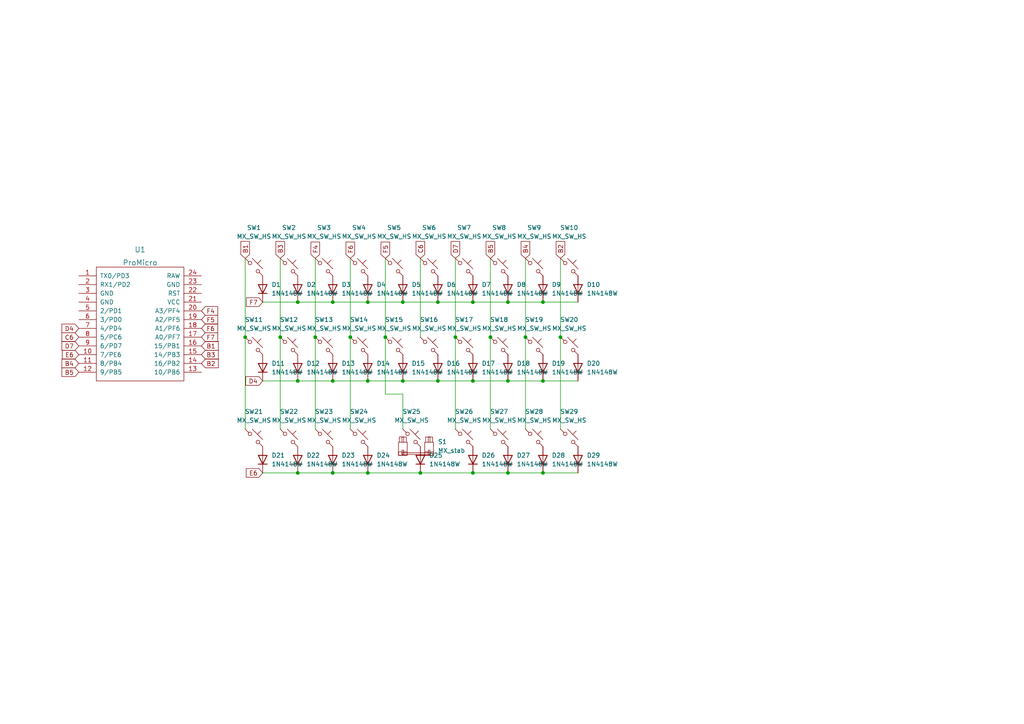
<source format=kicad_sch>
(kicad_sch (version 20211123) (generator eeschema)

  (uuid 5be3f799-7fb5-4384-9237-4befd2341bbd)

  (paper "A4")

  (lib_symbols
    (symbol "Diode:1N4148W" (pin_numbers hide) (pin_names (offset 1.016) hide) (in_bom yes) (on_board yes)
      (property "Reference" "D" (id 0) (at 0 2.54 0)
        (effects (font (size 1.27 1.27)))
      )
      (property "Value" "1N4148W" (id 1) (at 0 -2.54 0)
        (effects (font (size 1.27 1.27)))
      )
      (property "Footprint" "Diode_SMD:D_SOD-123" (id 2) (at 0 -4.445 0)
        (effects (font (size 1.27 1.27)) hide)
      )
      (property "Datasheet" "https://www.vishay.com/docs/85748/1n4148w.pdf" (id 3) (at 0 0 0)
        (effects (font (size 1.27 1.27)) hide)
      )
      (property "ki_keywords" "diode" (id 4) (at 0 0 0)
        (effects (font (size 1.27 1.27)) hide)
      )
      (property "ki_description" "75V 0.15A Fast Switching Diode, SOD-123" (id 5) (at 0 0 0)
        (effects (font (size 1.27 1.27)) hide)
      )
      (property "ki_fp_filters" "D*SOD?123*" (id 6) (at 0 0 0)
        (effects (font (size 1.27 1.27)) hide)
      )
      (symbol "1N4148W_0_1"
        (polyline
          (pts
            (xy -1.27 1.27)
            (xy -1.27 -1.27)
          )
          (stroke (width 0.254) (type default) (color 0 0 0 0))
          (fill (type none))
        )
        (polyline
          (pts
            (xy 1.27 0)
            (xy -1.27 0)
          )
          (stroke (width 0) (type default) (color 0 0 0 0))
          (fill (type none))
        )
        (polyline
          (pts
            (xy 1.27 1.27)
            (xy 1.27 -1.27)
            (xy -1.27 0)
            (xy 1.27 1.27)
          )
          (stroke (width 0.254) (type default) (color 0 0 0 0))
          (fill (type none))
        )
      )
      (symbol "1N4148W_1_1"
        (pin passive line (at -3.81 0 0) (length 2.54)
          (name "K" (effects (font (size 1.27 1.27))))
          (number "1" (effects (font (size 1.27 1.27))))
        )
        (pin passive line (at 3.81 0 180) (length 2.54)
          (name "A" (effects (font (size 1.27 1.27))))
          (number "2" (effects (font (size 1.27 1.27))))
        )
      )
    )
    (symbol "keebio:ProMicro" (pin_names (offset 1.016)) (in_bom yes) (on_board yes)
      (property "Reference" "U" (id 0) (at 0 0 0)
        (effects (font (size 1.524 1.524)))
      )
      (property "Value" "ProMicro" (id 1) (at 0 -19.05 0)
        (effects (font (size 1.524 1.524)))
      )
      (property "Footprint" "" (id 2) (at 26.67 -63.5 90)
        (effects (font (size 1.524 1.524)) hide)
      )
      (property "Datasheet" "" (id 3) (at 26.67 -63.5 90)
        (effects (font (size 1.524 1.524)) hide)
      )
      (symbol "ProMicro_0_1"
        (rectangle (start -12.7 -16.51) (end 12.7 16.51)
          (stroke (width 0) (type default) (color 0 0 0 0))
          (fill (type none))
        )
      )
      (symbol "ProMicro_1_1"
        (pin input line (at -17.78 13.97 0) (length 5.08)
          (name "TX0/PD3" (effects (font (size 1.27 1.27))))
          (number "1" (effects (font (size 1.27 1.27))))
        )
        (pin input line (at -17.78 -8.89 0) (length 5.08)
          (name "7/PE6" (effects (font (size 1.27 1.27))))
          (number "10" (effects (font (size 1.27 1.27))))
        )
        (pin input line (at -17.78 -11.43 0) (length 5.08)
          (name "8/PB4" (effects (font (size 1.27 1.27))))
          (number "11" (effects (font (size 1.27 1.27))))
        )
        (pin input line (at -17.78 -13.97 0) (length 5.08)
          (name "9/PB5" (effects (font (size 1.27 1.27))))
          (number "12" (effects (font (size 1.27 1.27))))
        )
        (pin input line (at 17.78 -13.97 180) (length 5.08)
          (name "10/PB6" (effects (font (size 1.27 1.27))))
          (number "13" (effects (font (size 1.27 1.27))))
        )
        (pin input line (at 17.78 -11.43 180) (length 5.08)
          (name "16/PB2" (effects (font (size 1.27 1.27))))
          (number "14" (effects (font (size 1.27 1.27))))
        )
        (pin input line (at 17.78 -8.89 180) (length 5.08)
          (name "14/PB3" (effects (font (size 1.27 1.27))))
          (number "15" (effects (font (size 1.27 1.27))))
        )
        (pin input line (at 17.78 -6.35 180) (length 5.08)
          (name "15/PB1" (effects (font (size 1.27 1.27))))
          (number "16" (effects (font (size 1.27 1.27))))
        )
        (pin input line (at 17.78 -3.81 180) (length 5.08)
          (name "A0/PF7" (effects (font (size 1.27 1.27))))
          (number "17" (effects (font (size 1.27 1.27))))
        )
        (pin input line (at 17.78 -1.27 180) (length 5.08)
          (name "A1/PF6" (effects (font (size 1.27 1.27))))
          (number "18" (effects (font (size 1.27 1.27))))
        )
        (pin input line (at 17.78 1.27 180) (length 5.08)
          (name "A2/PF5" (effects (font (size 1.27 1.27))))
          (number "19" (effects (font (size 1.27 1.27))))
        )
        (pin input line (at -17.78 11.43 0) (length 5.08)
          (name "RX1/PD2" (effects (font (size 1.27 1.27))))
          (number "2" (effects (font (size 1.27 1.27))))
        )
        (pin input line (at 17.78 3.81 180) (length 5.08)
          (name "A3/PF4" (effects (font (size 1.27 1.27))))
          (number "20" (effects (font (size 1.27 1.27))))
        )
        (pin input line (at 17.78 6.35 180) (length 5.08)
          (name "VCC" (effects (font (size 1.27 1.27))))
          (number "21" (effects (font (size 1.27 1.27))))
        )
        (pin input line (at 17.78 8.89 180) (length 5.08)
          (name "RST" (effects (font (size 1.27 1.27))))
          (number "22" (effects (font (size 1.27 1.27))))
        )
        (pin input line (at 17.78 11.43 180) (length 5.08)
          (name "GND" (effects (font (size 1.27 1.27))))
          (number "23" (effects (font (size 1.27 1.27))))
        )
        (pin input line (at 17.78 13.97 180) (length 5.08)
          (name "RAW" (effects (font (size 1.27 1.27))))
          (number "24" (effects (font (size 1.27 1.27))))
        )
        (pin input line (at -17.78 8.89 0) (length 5.08)
          (name "GND" (effects (font (size 1.27 1.27))))
          (number "3" (effects (font (size 1.27 1.27))))
        )
        (pin input line (at -17.78 6.35 0) (length 5.08)
          (name "GND" (effects (font (size 1.27 1.27))))
          (number "4" (effects (font (size 1.27 1.27))))
        )
        (pin input line (at -17.78 3.81 0) (length 5.08)
          (name "2/PD1" (effects (font (size 1.27 1.27))))
          (number "5" (effects (font (size 1.27 1.27))))
        )
        (pin input line (at -17.78 1.27 0) (length 5.08)
          (name "3/PD0" (effects (font (size 1.27 1.27))))
          (number "6" (effects (font (size 1.27 1.27))))
        )
        (pin input line (at -17.78 -1.27 0) (length 5.08)
          (name "4/PD4" (effects (font (size 1.27 1.27))))
          (number "7" (effects (font (size 1.27 1.27))))
        )
        (pin input line (at -17.78 -3.81 0) (length 5.08)
          (name "5/PC6" (effects (font (size 1.27 1.27))))
          (number "8" (effects (font (size 1.27 1.27))))
        )
        (pin input line (at -17.78 -6.35 0) (length 5.08)
          (name "6/PD7" (effects (font (size 1.27 1.27))))
          (number "9" (effects (font (size 1.27 1.27))))
        )
      )
    )
    (symbol "marbastlib:MX_SW_HS" (pin_numbers hide) (pin_names (offset 1.016) hide) (in_bom yes) (on_board yes)
      (property "Reference" "SW" (id 0) (at 3.048 1.016 0)
        (effects (font (size 1.27 1.27)) (justify left))
      )
      (property "Value" "MX_SW_HS" (id 1) (at 0 -3.81 0)
        (effects (font (size 1.27 1.27)))
      )
      (property "Footprint" "marbastlib-mx:SW_MX_HS_1u" (id 2) (at 0 0 0)
        (effects (font (size 1.27 1.27)) hide)
      )
      (property "Datasheet" "~" (id 3) (at 0 0 0)
        (effects (font (size 1.27 1.27)) hide)
      )
      (property "ki_keywords" "switch normally-open pushbutton push-button" (id 4) (at 0 0 0)
        (effects (font (size 1.27 1.27)) hide)
      )
      (property "ki_description" "Push button switch, normally open, two pins, 45° tilted" (id 5) (at 0 0 0)
        (effects (font (size 1.27 1.27)) hide)
      )
      (symbol "MX_SW_HS_0_1"
        (circle (center -1.1684 1.1684) (radius 0.508)
          (stroke (width 0) (type default) (color 0 0 0 0))
          (fill (type none))
        )
        (polyline
          (pts
            (xy -0.508 2.54)
            (xy 2.54 -0.508)
          )
          (stroke (width 0) (type default) (color 0 0 0 0))
          (fill (type none))
        )
        (polyline
          (pts
            (xy 1.016 1.016)
            (xy 2.032 2.032)
          )
          (stroke (width 0) (type default) (color 0 0 0 0))
          (fill (type none))
        )
        (polyline
          (pts
            (xy -2.54 2.54)
            (xy -1.524 1.524)
            (xy -1.524 1.524)
          )
          (stroke (width 0) (type default) (color 0 0 0 0))
          (fill (type none))
        )
        (polyline
          (pts
            (xy 1.524 -1.524)
            (xy 2.54 -2.54)
            (xy 2.54 -2.54)
            (xy 2.54 -2.54)
          )
          (stroke (width 0) (type default) (color 0 0 0 0))
          (fill (type none))
        )
        (circle (center 1.143 -1.1938) (radius 0.508)
          (stroke (width 0) (type default) (color 0 0 0 0))
          (fill (type none))
        )
        (pin passive line (at -2.54 2.54 0) (length 0)
          (name "1" (effects (font (size 1.27 1.27))))
          (number "1" (effects (font (size 1.27 1.27))))
        )
        (pin passive line (at 2.54 -2.54 180) (length 0)
          (name "2" (effects (font (size 1.27 1.27))))
          (number "2" (effects (font (size 1.27 1.27))))
        )
      )
    )
    (symbol "marbastlib:MX_stab" (pin_names (offset 1.016)) (in_bom yes) (on_board yes)
      (property "Reference" "S" (id 0) (at -5.08 6.35 0)
        (effects (font (size 1.27 1.27)) (justify left))
      )
      (property "Value" "MX_stab" (id 1) (at -5.08 3.81 0)
        (effects (font (size 1.27 1.27)) (justify left))
      )
      (property "Footprint" "marbastlib-mx:STAB_MX_P_6.25u" (id 2) (at 0 0 0)
        (effects (font (size 1.27 1.27)) hide)
      )
      (property "Datasheet" "" (id 3) (at 0 0 0)
        (effects (font (size 1.27 1.27)) hide)
      )
      (property "ki_keywords" "cherry mx stabilizer stab" (id 4) (at 0 0 0)
        (effects (font (size 1.27 1.27)) hide)
      )
      (property "ki_description" "Cherry MX-style stabilizer" (id 5) (at 0 0 0)
        (effects (font (size 1.27 1.27)) hide)
      )
      (symbol "MX_stab_0_1"
        (rectangle (start -5.08 -1.524) (end -2.54 -2.54)
          (stroke (width 0) (type default) (color 0 0 0 0))
          (fill (type none))
        )
        (rectangle (start -5.08 1.27) (end -2.54 -2.54)
          (stroke (width 0) (type default) (color 0 0 0 0))
          (fill (type none))
        )
        (rectangle (start -4.826 2.794) (end -2.794 1.27)
          (stroke (width 0) (type default) (color 0 0 0 0))
          (fill (type none))
        )
        (rectangle (start -4.064 -2.286) (end -3.556 -1.016)
          (stroke (width 0) (type default) (color 0 0 0 0))
          (fill (type none))
        )
        (rectangle (start -4.064 -1.778) (end 4.064 -2.286)
          (stroke (width 0) (type default) (color 0 0 0 0))
          (fill (type none))
        )
        (rectangle (start -4.064 1.27) (end -3.556 2.794)
          (stroke (width 0) (type default) (color 0 0 0 0))
          (fill (type none))
        )
        (rectangle (start 2.54 -1.524) (end 5.08 -2.54)
          (stroke (width 0) (type default) (color 0 0 0 0))
          (fill (type none))
        )
        (rectangle (start 2.54 1.27) (end 5.08 -2.54)
          (stroke (width 0) (type default) (color 0 0 0 0))
          (fill (type none))
        )
        (rectangle (start 2.794 2.794) (end 4.826 1.27)
          (stroke (width 0) (type default) (color 0 0 0 0))
          (fill (type none))
        )
        (rectangle (start 3.556 1.27) (end 4.064 2.794)
          (stroke (width 0) (type default) (color 0 0 0 0))
          (fill (type none))
        )
        (rectangle (start 4.064 -2.286) (end 3.556 -1.016)
          (stroke (width 0) (type default) (color 0 0 0 0))
          (fill (type none))
        )
      )
    )
  )

  (junction (at 121.92 137.16) (diameter 0) (color 0 0 0 0)
    (uuid 059d9967-8af5-481f-bf72-62d9df084c4f)
  )
  (junction (at 91.44 97.79) (diameter 0) (color 0 0 0 0)
    (uuid 2220d238-1c4c-4535-abba-9726283b3fa1)
  )
  (junction (at 101.6 97.79) (diameter 0) (color 0 0 0 0)
    (uuid 25f26496-8937-4c19-860f-15c8ca303193)
  )
  (junction (at 137.16 137.16) (diameter 0) (color 0 0 0 0)
    (uuid 2bcea102-e4d7-48df-beb4-c64d26590561)
  )
  (junction (at 96.52 110.49) (diameter 0) (color 0 0 0 0)
    (uuid 3d5b6117-611d-431e-a030-54c0cd62fca3)
  )
  (junction (at 132.08 97.79) (diameter 0) (color 0 0 0 0)
    (uuid 408c2a02-1fc0-415d-8cdb-70cd1a662e33)
  )
  (junction (at 152.4 97.79) (diameter 0) (color 0 0 0 0)
    (uuid 43532553-8f66-48e9-9c13-0a2c52dcedc4)
  )
  (junction (at 147.32 137.16) (diameter 0) (color 0 0 0 0)
    (uuid 439a3266-eeb8-45e1-a4db-8a2862f0a755)
  )
  (junction (at 116.84 110.49) (diameter 0) (color 0 0 0 0)
    (uuid 518ec1e5-1f7b-4aeb-8adb-d981fa136c0e)
  )
  (junction (at 137.16 110.49) (diameter 0) (color 0 0 0 0)
    (uuid 5236176b-7165-4c77-ae6c-f054b255ac87)
  )
  (junction (at 127 110.49) (diameter 0) (color 0 0 0 0)
    (uuid 57856ddb-272e-4735-92c6-2a67cae012ff)
  )
  (junction (at 147.32 87.63) (diameter 0) (color 0 0 0 0)
    (uuid 58ee4615-cbf0-44fe-9a1b-26772b59c61a)
  )
  (junction (at 147.32 110.49) (diameter 0) (color 0 0 0 0)
    (uuid 5f8bda02-a19b-4ca0-ad97-82a5e20a1337)
  )
  (junction (at 96.52 87.63) (diameter 0) (color 0 0 0 0)
    (uuid 67e2cf21-9112-4283-baa5-c83dec7b4c3f)
  )
  (junction (at 96.52 137.16) (diameter 0) (color 0 0 0 0)
    (uuid 6cb31f1e-8586-4514-aac0-4f50840529fa)
  )
  (junction (at 157.48 137.16) (diameter 0) (color 0 0 0 0)
    (uuid 806c3dbd-10a8-4462-a327-42f79ff26a67)
  )
  (junction (at 157.48 87.63) (diameter 0) (color 0 0 0 0)
    (uuid 83ed14ea-44ff-4b37-8f1b-cdae4a72f33a)
  )
  (junction (at 162.56 97.79) (diameter 0) (color 0 0 0 0)
    (uuid 88b8f86f-6217-4cb4-af3c-6e344a23890e)
  )
  (junction (at 116.84 87.63) (diameter 0) (color 0 0 0 0)
    (uuid 9c79fa6e-c099-44cb-9890-11c1c41a87ed)
  )
  (junction (at 106.68 110.49) (diameter 0) (color 0 0 0 0)
    (uuid 9edc6f59-a962-4d23-a47d-11fdb0069c63)
  )
  (junction (at 157.48 110.49) (diameter 0) (color 0 0 0 0)
    (uuid af8645c0-58b9-411c-80bb-5a8d2890cede)
  )
  (junction (at 142.24 97.79) (diameter 0) (color 0 0 0 0)
    (uuid b9b6a6d0-8f85-4a33-aa19-0b587be53c0b)
  )
  (junction (at 127 87.63) (diameter 0) (color 0 0 0 0)
    (uuid b9c31866-ed4f-432c-815a-a8e5d88dc416)
  )
  (junction (at 137.16 87.63) (diameter 0) (color 0 0 0 0)
    (uuid c071d02f-8adc-48ff-8b5a-f7efa568dbdc)
  )
  (junction (at 86.36 137.16) (diameter 0) (color 0 0 0 0)
    (uuid c08d81bc-0be7-4eda-b65e-3d37a4b9c75d)
  )
  (junction (at 86.36 110.49) (diameter 0) (color 0 0 0 0)
    (uuid c7a888fe-3924-4a88-b2e1-3a2037962667)
  )
  (junction (at 86.36 87.63) (diameter 0) (color 0 0 0 0)
    (uuid c8b3b9e9-911d-4785-8f53-c8bf035fb14d)
  )
  (junction (at 81.28 97.79) (diameter 0) (color 0 0 0 0)
    (uuid d8e9bb37-3932-49cb-85b3-e7a96d304b9f)
  )
  (junction (at 71.12 97.79) (diameter 0) (color 0 0 0 0)
    (uuid dc7abd68-5ffe-4ae8-ac9a-220491bac84f)
  )
  (junction (at 111.76 97.79) (diameter 0) (color 0 0 0 0)
    (uuid de75f6bc-6013-484a-9fce-37dc07312624)
  )
  (junction (at 106.68 87.63) (diameter 0) (color 0 0 0 0)
    (uuid f54c5489-a8f0-43fa-8e53-26c95a7d84ee)
  )
  (junction (at 106.68 137.16) (diameter 0) (color 0 0 0 0)
    (uuid f71ae4b7-1c2a-461d-aa75-06361ae1ee11)
  )

  (wire (pts (xy 111.76 114.3) (xy 116.84 114.3))
    (stroke (width 0) (type default) (color 0 0 0 0))
    (uuid 0e535f36-1aea-4c23-8654-0b305489a318)
  )
  (wire (pts (xy 91.44 97.79) (xy 91.44 124.46))
    (stroke (width 0) (type default) (color 0 0 0 0))
    (uuid 0fb8597b-52b4-46b2-beb3-6f17b506b81b)
  )
  (wire (pts (xy 86.36 87.63) (xy 96.52 87.63))
    (stroke (width 0) (type default) (color 0 0 0 0))
    (uuid 117419ff-9514-4344-9d4c-e7f34d7e7648)
  )
  (wire (pts (xy 116.84 114.3) (xy 116.84 124.46))
    (stroke (width 0) (type default) (color 0 0 0 0))
    (uuid 1551d7f8-266a-4e41-be59-2d4f13349611)
  )
  (wire (pts (xy 76.2 87.63) (xy 86.36 87.63))
    (stroke (width 0) (type default) (color 0 0 0 0))
    (uuid 15fd5d52-7ed0-4ca8-8692-89e3b1b2f3e9)
  )
  (wire (pts (xy 132.08 97.79) (xy 132.08 124.46))
    (stroke (width 0) (type default) (color 0 0 0 0))
    (uuid 163d8231-7550-45f3-a040-d336e391a182)
  )
  (wire (pts (xy 132.08 74.93) (xy 132.08 97.79))
    (stroke (width 0) (type default) (color 0 0 0 0))
    (uuid 1b4df30c-98be-438e-8435-10dd7a220c4e)
  )
  (wire (pts (xy 71.12 97.79) (xy 71.12 124.46))
    (stroke (width 0) (type default) (color 0 0 0 0))
    (uuid 1d6da4f8-c41e-4908-b199-b28ed8f77453)
  )
  (wire (pts (xy 81.28 74.93) (xy 81.28 97.79))
    (stroke (width 0) (type default) (color 0 0 0 0))
    (uuid 2a74bde2-c732-4f7e-9197-e329986b5377)
  )
  (wire (pts (xy 147.32 110.49) (xy 157.48 110.49))
    (stroke (width 0) (type default) (color 0 0 0 0))
    (uuid 2cb17f1b-2349-4b9d-b9a3-e0984273fcbd)
  )
  (wire (pts (xy 101.6 97.79) (xy 101.6 124.46))
    (stroke (width 0) (type default) (color 0 0 0 0))
    (uuid 4557e7fa-1945-42a9-9d65-013d4fdffad0)
  )
  (wire (pts (xy 116.84 87.63) (xy 127 87.63))
    (stroke (width 0) (type default) (color 0 0 0 0))
    (uuid 45890531-89a3-4f8d-9d4d-073d70ccf5e2)
  )
  (wire (pts (xy 162.56 74.93) (xy 162.56 97.79))
    (stroke (width 0) (type default) (color 0 0 0 0))
    (uuid 45e862ef-90ac-4ba5-9cf1-10d1eaf4a108)
  )
  (wire (pts (xy 96.52 137.16) (xy 106.68 137.16))
    (stroke (width 0) (type default) (color 0 0 0 0))
    (uuid 4ca8cdb8-0cca-4f69-8131-5aff3bca4921)
  )
  (wire (pts (xy 127 87.63) (xy 137.16 87.63))
    (stroke (width 0) (type default) (color 0 0 0 0))
    (uuid 4f1dd5a6-c93b-4254-8ec2-002f1134e5e9)
  )
  (wire (pts (xy 142.24 97.79) (xy 142.24 124.46))
    (stroke (width 0) (type default) (color 0 0 0 0))
    (uuid 508ad610-d1fc-4fdc-84bb-cce40847a8c6)
  )
  (wire (pts (xy 96.52 87.63) (xy 106.68 87.63))
    (stroke (width 0) (type default) (color 0 0 0 0))
    (uuid 50f401f0-b2b4-4448-b5aa-8e1b0cc7ab85)
  )
  (wire (pts (xy 91.44 74.93) (xy 91.44 97.79))
    (stroke (width 0) (type default) (color 0 0 0 0))
    (uuid 52c6685b-5ced-4c22-9743-0f74a0ac437c)
  )
  (wire (pts (xy 137.16 110.49) (xy 147.32 110.49))
    (stroke (width 0) (type default) (color 0 0 0 0))
    (uuid 5c516d6d-3ecc-475c-a057-13cf64d0b39d)
  )
  (wire (pts (xy 157.48 87.63) (xy 167.64 87.63))
    (stroke (width 0) (type default) (color 0 0 0 0))
    (uuid 6390d7e9-3151-4f55-a424-3c6e87f3b071)
  )
  (wire (pts (xy 147.32 137.16) (xy 157.48 137.16))
    (stroke (width 0) (type default) (color 0 0 0 0))
    (uuid 766e064a-8ac8-4900-a72a-3bf4f7bc608b)
  )
  (wire (pts (xy 101.6 74.93) (xy 101.6 97.79))
    (stroke (width 0) (type default) (color 0 0 0 0))
    (uuid 7c91747a-7bf7-4b66-bf3c-eee7424285fa)
  )
  (wire (pts (xy 137.16 87.63) (xy 147.32 87.63))
    (stroke (width 0) (type default) (color 0 0 0 0))
    (uuid 7efbf89f-3d5d-421d-b99b-60222c6305fc)
  )
  (wire (pts (xy 121.92 74.93) (xy 121.92 97.79))
    (stroke (width 0) (type default) (color 0 0 0 0))
    (uuid 8102cb96-077d-4976-82f7-96ef68e5d8c0)
  )
  (wire (pts (xy 106.68 110.49) (xy 116.84 110.49))
    (stroke (width 0) (type default) (color 0 0 0 0))
    (uuid 82d5cc17-2124-48eb-bd29-abf977a94d79)
  )
  (wire (pts (xy 106.68 137.16) (xy 121.92 137.16))
    (stroke (width 0) (type default) (color 0 0 0 0))
    (uuid 8310075c-b327-4062-9abc-baf23c14ab50)
  )
  (wire (pts (xy 71.12 74.93) (xy 71.12 97.79))
    (stroke (width 0) (type default) (color 0 0 0 0))
    (uuid 8501b95a-c45a-480e-b5f2-7213e418be1c)
  )
  (wire (pts (xy 111.76 74.93) (xy 111.76 97.79))
    (stroke (width 0) (type default) (color 0 0 0 0))
    (uuid 85368fa2-014e-4788-bec7-86dd608014fe)
  )
  (wire (pts (xy 157.48 137.16) (xy 167.64 137.16))
    (stroke (width 0) (type default) (color 0 0 0 0))
    (uuid 8c47b75f-dece-4ce0-abb2-d0c5be60578a)
  )
  (wire (pts (xy 162.56 97.79) (xy 162.56 124.46))
    (stroke (width 0) (type default) (color 0 0 0 0))
    (uuid a2a82f78-5ccb-4633-99db-51d9c1d79263)
  )
  (wire (pts (xy 81.28 97.79) (xy 81.28 124.46))
    (stroke (width 0) (type default) (color 0 0 0 0))
    (uuid a4e01ebb-3a8c-4dae-b236-2ac0bdac9e5a)
  )
  (wire (pts (xy 121.92 137.16) (xy 137.16 137.16))
    (stroke (width 0) (type default) (color 0 0 0 0))
    (uuid ab399ea5-7ac4-4be0-b27b-2af505d7e820)
  )
  (wire (pts (xy 157.48 110.49) (xy 167.64 110.49))
    (stroke (width 0) (type default) (color 0 0 0 0))
    (uuid b842f85d-9a98-4a65-9f9f-963af78d3757)
  )
  (wire (pts (xy 106.68 87.63) (xy 116.84 87.63))
    (stroke (width 0) (type default) (color 0 0 0 0))
    (uuid b9d3a142-17ab-4eeb-8e18-8be948ad2020)
  )
  (wire (pts (xy 111.76 97.79) (xy 111.76 114.3))
    (stroke (width 0) (type default) (color 0 0 0 0))
    (uuid c5b7eb08-4f4a-452c-84cf-5d7f782f7c10)
  )
  (wire (pts (xy 147.32 87.63) (xy 157.48 87.63))
    (stroke (width 0) (type default) (color 0 0 0 0))
    (uuid d13286a8-d488-4c40-a7d5-7e3a634a000e)
  )
  (wire (pts (xy 76.2 137.16) (xy 86.36 137.16))
    (stroke (width 0) (type default) (color 0 0 0 0))
    (uuid d444e688-4652-4968-b16d-e881975f51a3)
  )
  (wire (pts (xy 86.36 110.49) (xy 96.52 110.49))
    (stroke (width 0) (type default) (color 0 0 0 0))
    (uuid d56b69d7-f29b-4dd2-bd70-f349ab9e8052)
  )
  (wire (pts (xy 152.4 97.79) (xy 152.4 124.46))
    (stroke (width 0) (type default) (color 0 0 0 0))
    (uuid d8fc68cb-4101-4856-8d19-4afffa79b1fe)
  )
  (wire (pts (xy 86.36 137.16) (xy 96.52 137.16))
    (stroke (width 0) (type default) (color 0 0 0 0))
    (uuid df8ad5d3-1be9-4f3c-8153-38f8a1996477)
  )
  (wire (pts (xy 76.2 110.49) (xy 86.36 110.49))
    (stroke (width 0) (type default) (color 0 0 0 0))
    (uuid e6a914fa-0bc1-4756-8847-060ac6635bdb)
  )
  (wire (pts (xy 96.52 110.49) (xy 106.68 110.49))
    (stroke (width 0) (type default) (color 0 0 0 0))
    (uuid e8cf1c8e-786d-49a7-b041-1ba4bc10f5a9)
  )
  (wire (pts (xy 137.16 137.16) (xy 147.32 137.16))
    (stroke (width 0) (type default) (color 0 0 0 0))
    (uuid ee0b977d-bd45-40f0-bda6-8e5487c7d9ed)
  )
  (wire (pts (xy 142.24 74.93) (xy 142.24 97.79))
    (stroke (width 0) (type default) (color 0 0 0 0))
    (uuid f1aa1bcd-8af2-4a3c-8d82-66fed59cb397)
  )
  (wire (pts (xy 152.4 74.93) (xy 152.4 97.79))
    (stroke (width 0) (type default) (color 0 0 0 0))
    (uuid f3e602d2-7a16-46a0-afc3-9c6d57d96d80)
  )
  (wire (pts (xy 116.84 110.49) (xy 127 110.49))
    (stroke (width 0) (type default) (color 0 0 0 0))
    (uuid f9f108b5-fbfe-4d02-8fc4-b1f817bc1f25)
  )
  (wire (pts (xy 127 110.49) (xy 137.16 110.49))
    (stroke (width 0) (type default) (color 0 0 0 0))
    (uuid faee5844-01a0-41dd-903d-9b32977d6e93)
  )

  (global_label "B3" (shape input) (at 81.28 74.93 90) (fields_autoplaced)
    (effects (font (size 1.27 1.27)) (justify left))
    (uuid 01eedba1-e263-44d8-9b62-27dd1b22f90b)
    (property "Intersheet References" "${INTERSHEET_REFS}" (id 0) (at 81.2006 70.0374 90)
      (effects (font (size 1.27 1.27)) (justify left) hide)
    )
  )
  (global_label "B3" (shape input) (at 58.42 102.87 0) (fields_autoplaced)
    (effects (font (size 1.27 1.27)) (justify left))
    (uuid 0845f2c5-e78d-4d26-b3f1-9d5c9db0cc49)
    (property "Intersheet References" "${INTERSHEET_REFS}" (id 0) (at 63.3126 102.7906 0)
      (effects (font (size 1.27 1.27)) (justify left) hide)
    )
  )
  (global_label "B2" (shape input) (at 58.42 105.41 0) (fields_autoplaced)
    (effects (font (size 1.27 1.27)) (justify left))
    (uuid 0a06824b-ebf2-49f7-915b-54b24445d046)
    (property "Intersheet References" "${INTERSHEET_REFS}" (id 0) (at 63.3126 105.4894 0)
      (effects (font (size 1.27 1.27)) (justify left) hide)
    )
  )
  (global_label "B1" (shape input) (at 71.12 74.93 90) (fields_autoplaced)
    (effects (font (size 1.27 1.27)) (justify left))
    (uuid 0cfc95c7-4054-4aee-9fc1-a8bd91945599)
    (property "Intersheet References" "${INTERSHEET_REFS}" (id 0) (at 71.0406 70.0374 90)
      (effects (font (size 1.27 1.27)) (justify left) hide)
    )
  )
  (global_label "B5" (shape input) (at 142.24 74.93 90) (fields_autoplaced)
    (effects (font (size 1.27 1.27)) (justify left))
    (uuid 0e4faa77-e7dc-4990-8daf-c7b441bfbd9e)
    (property "Intersheet References" "${INTERSHEET_REFS}" (id 0) (at 142.1606 70.0374 90)
      (effects (font (size 1.27 1.27)) (justify left) hide)
    )
  )
  (global_label "F4" (shape input) (at 58.42 90.17 0) (fields_autoplaced)
    (effects (font (size 1.27 1.27)) (justify left))
    (uuid 102abb98-6315-4cf0-829c-0017248a96b0)
    (property "Intersheet References" "${INTERSHEET_REFS}" (id 0) (at 63.1312 90.0906 0)
      (effects (font (size 1.27 1.27)) (justify left) hide)
    )
  )
  (global_label "F7" (shape input) (at 76.2 87.63 180) (fields_autoplaced)
    (effects (font (size 1.27 1.27)) (justify right))
    (uuid 1f6b9ab5-0b0a-4d01-b639-7b0567d82ae2)
    (property "Intersheet References" "${INTERSHEET_REFS}" (id 0) (at 71.4888 87.5506 0)
      (effects (font (size 1.27 1.27)) (justify right) hide)
    )
  )
  (global_label "F7" (shape input) (at 58.42 97.79 0) (fields_autoplaced)
    (effects (font (size 1.27 1.27)) (justify left))
    (uuid 31da7795-f27a-4786-bc5e-9e696b1e414b)
    (property "Intersheet References" "${INTERSHEET_REFS}" (id 0) (at 63.1312 97.7106 0)
      (effects (font (size 1.27 1.27)) (justify left) hide)
    )
  )
  (global_label "B4" (shape input) (at 152.4 74.93 90) (fields_autoplaced)
    (effects (font (size 1.27 1.27)) (justify left))
    (uuid 3c876fdb-38af-4a09-bd23-162c9c3ac810)
    (property "Intersheet References" "${INTERSHEET_REFS}" (id 0) (at 152.3206 70.0374 90)
      (effects (font (size 1.27 1.27)) (justify left) hide)
    )
  )
  (global_label "B4" (shape input) (at 22.86 105.41 180) (fields_autoplaced)
    (effects (font (size 1.27 1.27)) (justify right))
    (uuid 3f1782fc-6343-4c56-ba21-f45925975b47)
    (property "Intersheet References" "${INTERSHEET_REFS}" (id 0) (at 17.9674 105.3306 0)
      (effects (font (size 1.27 1.27)) (justify right) hide)
    )
  )
  (global_label "D4" (shape input) (at 76.2 110.49 180) (fields_autoplaced)
    (effects (font (size 1.27 1.27)) (justify right))
    (uuid 4b240bbd-5801-4351-9f55-469eaeb91333)
    (property "Intersheet References" "${INTERSHEET_REFS}" (id 0) (at 71.3074 110.4106 0)
      (effects (font (size 1.27 1.27)) (justify right) hide)
    )
  )
  (global_label "F4" (shape input) (at 91.44 74.93 90) (fields_autoplaced)
    (effects (font (size 1.27 1.27)) (justify left))
    (uuid 5956e5b8-1cdb-44df-b30f-acfa447bf537)
    (property "Intersheet References" "${INTERSHEET_REFS}" (id 0) (at 91.3606 70.2188 90)
      (effects (font (size 1.27 1.27)) (justify left) hide)
    )
  )
  (global_label "C6" (shape input) (at 22.86 97.79 180) (fields_autoplaced)
    (effects (font (size 1.27 1.27)) (justify right))
    (uuid 7f8fc8ae-9b7e-4ada-b1e1-0f4ccd5e411f)
    (property "Intersheet References" "${INTERSHEET_REFS}" (id 0) (at 17.9674 97.7106 0)
      (effects (font (size 1.27 1.27)) (justify right) hide)
    )
  )
  (global_label "D7" (shape input) (at 132.08 74.93 90) (fields_autoplaced)
    (effects (font (size 1.27 1.27)) (justify left))
    (uuid 8280b480-0cc0-4bcd-ad77-754dd90994e1)
    (property "Intersheet References" "${INTERSHEET_REFS}" (id 0) (at 132.0006 70.0374 90)
      (effects (font (size 1.27 1.27)) (justify left) hide)
    )
  )
  (global_label "E6" (shape input) (at 22.86 102.87 180) (fields_autoplaced)
    (effects (font (size 1.27 1.27)) (justify right))
    (uuid 91ae716a-de4a-4040-8d0a-996499653b4a)
    (property "Intersheet References" "${INTERSHEET_REFS}" (id 0) (at 18.0883 102.7906 0)
      (effects (font (size 1.27 1.27)) (justify right) hide)
    )
  )
  (global_label "B2" (shape input) (at 162.56 74.93 90) (fields_autoplaced)
    (effects (font (size 1.27 1.27)) (justify left))
    (uuid 9f11922b-2b62-47b9-8329-dee6c083465c)
    (property "Intersheet References" "${INTERSHEET_REFS}" (id 0) (at 162.4806 70.0374 90)
      (effects (font (size 1.27 1.27)) (justify left) hide)
    )
  )
  (global_label "F5" (shape input) (at 111.76 74.93 90) (fields_autoplaced)
    (effects (font (size 1.27 1.27)) (justify left))
    (uuid aba2ccbf-5c3d-4f89-b291-d50071bb0a75)
    (property "Intersheet References" "${INTERSHEET_REFS}" (id 0) (at 111.6806 70.2188 90)
      (effects (font (size 1.27 1.27)) (justify left) hide)
    )
  )
  (global_label "C6" (shape input) (at 121.92 74.93 90) (fields_autoplaced)
    (effects (font (size 1.27 1.27)) (justify left))
    (uuid b8db662e-65f0-4e44-b254-d4b9b748f05a)
    (property "Intersheet References" "${INTERSHEET_REFS}" (id 0) (at 121.8406 70.0374 90)
      (effects (font (size 1.27 1.27)) (justify left) hide)
    )
  )
  (global_label "D4" (shape input) (at 22.86 95.25 180) (fields_autoplaced)
    (effects (font (size 1.27 1.27)) (justify right))
    (uuid b8e41a97-35be-46a3-b57a-813129765a71)
    (property "Intersheet References" "${INTERSHEET_REFS}" (id 0) (at 17.9674 95.1706 0)
      (effects (font (size 1.27 1.27)) (justify right) hide)
    )
  )
  (global_label "E6" (shape input) (at 76.2 137.16 180) (fields_autoplaced)
    (effects (font (size 1.27 1.27)) (justify right))
    (uuid bd3d3ca8-aa12-4fe2-979f-069f3233d57a)
    (property "Intersheet References" "${INTERSHEET_REFS}" (id 0) (at 71.4283 137.0806 0)
      (effects (font (size 1.27 1.27)) (justify right) hide)
    )
  )
  (global_label "F6" (shape input) (at 101.6 74.93 90) (fields_autoplaced)
    (effects (font (size 1.27 1.27)) (justify left))
    (uuid c08d37c5-2edf-4734-bb02-4d7db3d9dc13)
    (property "Intersheet References" "${INTERSHEET_REFS}" (id 0) (at 101.5206 70.2188 90)
      (effects (font (size 1.27 1.27)) (justify left) hide)
    )
  )
  (global_label "B1" (shape input) (at 58.42 100.33 0) (fields_autoplaced)
    (effects (font (size 1.27 1.27)) (justify left))
    (uuid c40fef1d-77f3-47c0-8b5c-4f211642caf3)
    (property "Intersheet References" "${INTERSHEET_REFS}" (id 0) (at 63.3126 100.2506 0)
      (effects (font (size 1.27 1.27)) (justify left) hide)
    )
  )
  (global_label "B5" (shape input) (at 22.86 107.95 180) (fields_autoplaced)
    (effects (font (size 1.27 1.27)) (justify right))
    (uuid c60f7797-4266-4f64-8fa4-ca31fdbf1785)
    (property "Intersheet References" "${INTERSHEET_REFS}" (id 0) (at 17.9674 107.8706 0)
      (effects (font (size 1.27 1.27)) (justify right) hide)
    )
  )
  (global_label "D7" (shape input) (at 22.86 100.33 180) (fields_autoplaced)
    (effects (font (size 1.27 1.27)) (justify right))
    (uuid ca5d1def-8dd5-4213-adfe-4728b0285de7)
    (property "Intersheet References" "${INTERSHEET_REFS}" (id 0) (at 17.9674 100.2506 0)
      (effects (font (size 1.27 1.27)) (justify right) hide)
    )
  )
  (global_label "F5" (shape input) (at 58.42 92.71 0) (fields_autoplaced)
    (effects (font (size 1.27 1.27)) (justify left))
    (uuid ded52e39-c229-4d6a-95aa-a582d45bc240)
    (property "Intersheet References" "${INTERSHEET_REFS}" (id 0) (at 63.1312 92.6306 0)
      (effects (font (size 1.27 1.27)) (justify left) hide)
    )
  )
  (global_label "F6" (shape input) (at 58.42 95.25 0) (fields_autoplaced)
    (effects (font (size 1.27 1.27)) (justify left))
    (uuid e4058ffd-29d6-408f-b709-3775ef687c0a)
    (property "Intersheet References" "${INTERSHEET_REFS}" (id 0) (at 63.1312 95.1706 0)
      (effects (font (size 1.27 1.27)) (justify left) hide)
    )
  )

  (symbol (lib_id "marbastlib:MX_SW_HS") (at 134.62 77.47 0) (unit 1)
    (in_bom yes) (on_board yes)
    (uuid 0290bfdb-285e-4b89-89bd-229e4650bed3)
    (property "Reference" "SW7" (id 0) (at 134.62 66.04 0))
    (property "Value" "MX_SW_HS" (id 1) (at 134.62 68.58 0))
    (property "Footprint" "marbastlib_mx:SW_MX_HS_S_1u" (id 2) (at 134.62 77.47 0)
      (effects (font (size 1.27 1.27)) hide)
    )
    (property "Datasheet" "~" (id 3) (at 134.62 77.47 0)
      (effects (font (size 1.27 1.27)) hide)
    )
    (pin "1" (uuid 23cf9229-e5b2-403b-89f1-a66f5b40cd10))
    (pin "2" (uuid f6ad7131-0f99-48ba-9e60-7c3cd6318221))
  )

  (symbol (lib_id "marbastlib:MX_SW_HS") (at 73.66 100.33 0) (unit 1)
    (in_bom yes) (on_board yes) (fields_autoplaced)
    (uuid 050011ca-8a80-4d5a-be82-0ab203167cc8)
    (property "Reference" "SW11" (id 0) (at 73.66 92.71 0))
    (property "Value" "MX_SW_HS" (id 1) (at 73.66 95.25 0))
    (property "Footprint" "marbastlib_mx:SW_MX_HS_S_1u" (id 2) (at 73.66 100.33 0)
      (effects (font (size 1.27 1.27)) hide)
    )
    (property "Datasheet" "~" (id 3) (at 73.66 100.33 0)
      (effects (font (size 1.27 1.27)) hide)
    )
    (pin "1" (uuid 2e8d614b-8ec2-43c1-9160-7adc23de78b6))
    (pin "2" (uuid b42507a5-0573-494a-acd8-662d0c769689))
  )

  (symbol (lib_id "marbastlib:MX_SW_HS") (at 134.62 100.33 0) (unit 1)
    (in_bom yes) (on_board yes) (fields_autoplaced)
    (uuid 061d000d-f520-46a3-bbc1-4d4eebc56db3)
    (property "Reference" "SW17" (id 0) (at 134.62 92.71 0))
    (property "Value" "MX_SW_HS" (id 1) (at 134.62 95.25 0))
    (property "Footprint" "marbastlib_mx:SW_MX_HS_S_1u" (id 2) (at 134.62 100.33 0)
      (effects (font (size 1.27 1.27)) hide)
    )
    (property "Datasheet" "~" (id 3) (at 134.62 100.33 0)
      (effects (font (size 1.27 1.27)) hide)
    )
    (pin "1" (uuid f3a06574-00f4-44cc-bc67-6f8ea849b945))
    (pin "2" (uuid 941daee0-00c7-45ef-b714-0b416ab5264a))
  )

  (symbol (lib_id "marbastlib:MX_SW_HS") (at 154.94 100.33 0) (unit 1)
    (in_bom yes) (on_board yes) (fields_autoplaced)
    (uuid 0897d1cf-5f65-4cb0-bbc8-961fb80a9547)
    (property "Reference" "SW19" (id 0) (at 154.94 92.71 0))
    (property "Value" "MX_SW_HS" (id 1) (at 154.94 95.25 0))
    (property "Footprint" "marbastlib_mx:SW_MX_HS_S_1u" (id 2) (at 154.94 100.33 0)
      (effects (font (size 1.27 1.27)) hide)
    )
    (property "Datasheet" "~" (id 3) (at 154.94 100.33 0)
      (effects (font (size 1.27 1.27)) hide)
    )
    (pin "1" (uuid d4b3c9fd-327b-46d1-be25-fac6d81d0340))
    (pin "2" (uuid 84d7623f-345b-4b49-b7ea-67ef5308ff35))
  )

  (symbol (lib_id "Diode:1N4148W") (at 137.16 106.68 90) (unit 1)
    (in_bom yes) (on_board yes) (fields_autoplaced)
    (uuid 09dc5a24-89dc-44b4-a713-62ccd7b3442d)
    (property "Reference" "D17" (id 0) (at 139.7 105.4099 90)
      (effects (font (size 1.27 1.27)) (justify right))
    )
    (property "Value" "1N4148W" (id 1) (at 139.7 107.9499 90)
      (effects (font (size 1.27 1.27)) (justify right))
    )
    (property "Footprint" "Diode_SMD:D_SOD-123" (id 2) (at 141.605 106.68 0)
      (effects (font (size 1.27 1.27)) hide)
    )
    (property "Datasheet" "https://www.vishay.com/docs/85748/1n4148w.pdf" (id 3) (at 137.16 106.68 0)
      (effects (font (size 1.27 1.27)) hide)
    )
    (pin "1" (uuid b6e4d89b-f78d-4f1f-8802-371a000fd3ea))
    (pin "2" (uuid c7a0d179-1dbf-49aa-9f74-43cf09992284))
  )

  (symbol (lib_id "Diode:1N4148W") (at 167.64 133.35 90) (unit 1)
    (in_bom yes) (on_board yes) (fields_autoplaced)
    (uuid 10f740c2-7749-417e-9b1f-12e083d5ddfd)
    (property "Reference" "D29" (id 0) (at 170.18 132.0799 90)
      (effects (font (size 1.27 1.27)) (justify right))
    )
    (property "Value" "1N4148W" (id 1) (at 170.18 134.6199 90)
      (effects (font (size 1.27 1.27)) (justify right))
    )
    (property "Footprint" "Diode_SMD:D_SOD-123" (id 2) (at 172.085 133.35 0)
      (effects (font (size 1.27 1.27)) hide)
    )
    (property "Datasheet" "https://www.vishay.com/docs/85748/1n4148w.pdf" (id 3) (at 167.64 133.35 0)
      (effects (font (size 1.27 1.27)) hide)
    )
    (pin "1" (uuid 750e8bce-0808-4a13-95d7-92a5e4944c35))
    (pin "2" (uuid 9c73eb00-bb50-4c10-a9b2-bbf43af48b3c))
  )

  (symbol (lib_id "marbastlib:MX_SW_HS") (at 93.98 127 0) (unit 1)
    (in_bom yes) (on_board yes) (fields_autoplaced)
    (uuid 15d32326-bc32-45c1-b2bc-c6a0da3a361f)
    (property "Reference" "SW23" (id 0) (at 93.98 119.38 0))
    (property "Value" "MX_SW_HS" (id 1) (at 93.98 121.92 0))
    (property "Footprint" "marbastlib_mx:SW_MX_HS_S_1u" (id 2) (at 93.98 127 0)
      (effects (font (size 1.27 1.27)) hide)
    )
    (property "Datasheet" "~" (id 3) (at 93.98 127 0)
      (effects (font (size 1.27 1.27)) hide)
    )
    (pin "1" (uuid 78a3a3c9-bab5-4874-aaba-e9809c5569ea))
    (pin "2" (uuid 40a32187-c83e-4c97-a910-10f8d9b400ec))
  )

  (symbol (lib_id "Diode:1N4148W") (at 96.52 83.82 90) (unit 1)
    (in_bom yes) (on_board yes) (fields_autoplaced)
    (uuid 183c3cab-417a-4534-89bf-bf2f2cac93d6)
    (property "Reference" "D3" (id 0) (at 99.06 82.5499 90)
      (effects (font (size 1.27 1.27)) (justify right))
    )
    (property "Value" "1N4148W" (id 1) (at 99.06 85.0899 90)
      (effects (font (size 1.27 1.27)) (justify right))
    )
    (property "Footprint" "Diode_SMD:D_SOD-123" (id 2) (at 100.965 83.82 0)
      (effects (font (size 1.27 1.27)) hide)
    )
    (property "Datasheet" "https://www.vishay.com/docs/85748/1n4148w.pdf" (id 3) (at 96.52 83.82 0)
      (effects (font (size 1.27 1.27)) hide)
    )
    (pin "1" (uuid b67f0c17-263b-4bf9-8a09-3a7c1d043cad))
    (pin "2" (uuid 99adf3b5-2957-4912-ab58-77f3e4cfaa2a))
  )

  (symbol (lib_id "Diode:1N4148W") (at 121.92 133.35 90) (unit 1)
    (in_bom yes) (on_board yes) (fields_autoplaced)
    (uuid 19712a93-e30a-4e67-9de1-0357d8b882a5)
    (property "Reference" "D25" (id 0) (at 124.46 132.0799 90)
      (effects (font (size 1.27 1.27)) (justify right))
    )
    (property "Value" "1N4148W" (id 1) (at 124.46 134.6199 90)
      (effects (font (size 1.27 1.27)) (justify right))
    )
    (property "Footprint" "Diode_SMD:D_SOD-123" (id 2) (at 126.365 133.35 0)
      (effects (font (size 1.27 1.27)) hide)
    )
    (property "Datasheet" "https://www.vishay.com/docs/85748/1n4148w.pdf" (id 3) (at 121.92 133.35 0)
      (effects (font (size 1.27 1.27)) hide)
    )
    (pin "1" (uuid 0920502b-26f8-4a05-a46f-762fd8092509))
    (pin "2" (uuid 79eca08f-4420-4623-8e36-ddef5a04c14b))
  )

  (symbol (lib_id "marbastlib:MX_SW_HS") (at 104.14 100.33 0) (unit 1)
    (in_bom yes) (on_board yes) (fields_autoplaced)
    (uuid 1e70e732-a3c8-49d8-873f-f73a339c83ef)
    (property "Reference" "SW14" (id 0) (at 104.14 92.71 0))
    (property "Value" "MX_SW_HS" (id 1) (at 104.14 95.25 0))
    (property "Footprint" "marbastlib_mx:SW_MX_HS_S_1u" (id 2) (at 104.14 100.33 0)
      (effects (font (size 1.27 1.27)) hide)
    )
    (property "Datasheet" "~" (id 3) (at 104.14 100.33 0)
      (effects (font (size 1.27 1.27)) hide)
    )
    (pin "1" (uuid 280d367c-506d-4b32-abd4-6fef081842d0))
    (pin "2" (uuid ea202075-efa8-4b76-9f7b-04588caec6dc))
  )

  (symbol (lib_id "marbastlib:MX_SW_HS") (at 73.66 127 0) (unit 1)
    (in_bom yes) (on_board yes) (fields_autoplaced)
    (uuid 1f81286b-1236-42bb-bdce-e8c2b0df9be0)
    (property "Reference" "SW21" (id 0) (at 73.66 119.38 0))
    (property "Value" "MX_SW_HS" (id 1) (at 73.66 121.92 0))
    (property "Footprint" "marbastlib_mx:SW_MX_HS_S_1u" (id 2) (at 73.66 127 0)
      (effects (font (size 1.27 1.27)) hide)
    )
    (property "Datasheet" "~" (id 3) (at 73.66 127 0)
      (effects (font (size 1.27 1.27)) hide)
    )
    (pin "1" (uuid d3210f3f-3b99-48e9-8b12-1ba77a4dfafb))
    (pin "2" (uuid 846b5414-02cc-430a-9a54-90eae501c1c7))
  )

  (symbol (lib_id "marbastlib:MX_SW_HS") (at 134.62 127 0) (unit 1)
    (in_bom yes) (on_board yes) (fields_autoplaced)
    (uuid 275f5702-af32-4400-92f9-5c0c31d187b2)
    (property "Reference" "SW26" (id 0) (at 134.62 119.38 0))
    (property "Value" "MX_SW_HS" (id 1) (at 134.62 121.92 0))
    (property "Footprint" "marbastlib_mx:SW_MX_HS_S_1u" (id 2) (at 134.62 127 0)
      (effects (font (size 1.27 1.27)) hide)
    )
    (property "Datasheet" "~" (id 3) (at 134.62 127 0)
      (effects (font (size 1.27 1.27)) hide)
    )
    (pin "1" (uuid ad8b2434-03de-4327-a8bf-2346c4431d2f))
    (pin "2" (uuid b3571476-8f24-4926-a461-3a2610c73cc1))
  )

  (symbol (lib_id "marbastlib:MX_SW_HS") (at 165.1 127 0) (unit 1)
    (in_bom yes) (on_board yes) (fields_autoplaced)
    (uuid 2ba6a82e-10fd-43af-b07e-24e0e26a8cda)
    (property "Reference" "SW29" (id 0) (at 165.1 119.38 0))
    (property "Value" "MX_SW_HS" (id 1) (at 165.1 121.92 0))
    (property "Footprint" "marbastlib_mx:SW_MX_HS_S_1u" (id 2) (at 165.1 127 0)
      (effects (font (size 1.27 1.27)) hide)
    )
    (property "Datasheet" "~" (id 3) (at 165.1 127 0)
      (effects (font (size 1.27 1.27)) hide)
    )
    (pin "1" (uuid 8ad27b71-67a8-442b-af66-5b3437f891ed))
    (pin "2" (uuid 1fc05cd2-7730-45d8-b106-cc6497bb58fb))
  )

  (symbol (lib_id "Diode:1N4148W") (at 157.48 106.68 90) (unit 1)
    (in_bom yes) (on_board yes) (fields_autoplaced)
    (uuid 3033ccc3-45d9-4ad7-a456-00802ad069a3)
    (property "Reference" "D19" (id 0) (at 160.02 105.4099 90)
      (effects (font (size 1.27 1.27)) (justify right))
    )
    (property "Value" "1N4148W" (id 1) (at 160.02 107.9499 90)
      (effects (font (size 1.27 1.27)) (justify right))
    )
    (property "Footprint" "Diode_SMD:D_SOD-123" (id 2) (at 161.925 106.68 0)
      (effects (font (size 1.27 1.27)) hide)
    )
    (property "Datasheet" "https://www.vishay.com/docs/85748/1n4148w.pdf" (id 3) (at 157.48 106.68 0)
      (effects (font (size 1.27 1.27)) hide)
    )
    (pin "1" (uuid fc1bd3ca-51a4-455d-9afd-67a37fc7a639))
    (pin "2" (uuid efd9cc4f-55c4-487c-98c1-c0e311d5df30))
  )

  (symbol (lib_id "marbastlib:MX_SW_HS") (at 124.46 77.47 0) (unit 1)
    (in_bom yes) (on_board yes)
    (uuid 35bc4fb0-56bf-4940-b1c7-7516e17de890)
    (property "Reference" "SW6" (id 0) (at 124.46 66.04 0))
    (property "Value" "MX_SW_HS" (id 1) (at 124.46 68.58 0))
    (property "Footprint" "marbastlib_mx:SW_MX_HS_S_1u" (id 2) (at 124.46 77.47 0)
      (effects (font (size 1.27 1.27)) hide)
    )
    (property "Datasheet" "~" (id 3) (at 124.46 77.47 0)
      (effects (font (size 1.27 1.27)) hide)
    )
    (pin "1" (uuid 405a07dd-643f-416c-bf59-733d5e15cd3e))
    (pin "2" (uuid 6a97ecb2-9649-4c03-89b4-d78e44f20193))
  )

  (symbol (lib_id "Diode:1N4148W") (at 96.52 133.35 90) (unit 1)
    (in_bom yes) (on_board yes) (fields_autoplaced)
    (uuid 3804f688-a7bb-4802-be9c-f8f704fae01a)
    (property "Reference" "D23" (id 0) (at 99.06 132.0799 90)
      (effects (font (size 1.27 1.27)) (justify right))
    )
    (property "Value" "1N4148W" (id 1) (at 99.06 134.6199 90)
      (effects (font (size 1.27 1.27)) (justify right))
    )
    (property "Footprint" "Diode_SMD:D_SOD-123" (id 2) (at 100.965 133.35 0)
      (effects (font (size 1.27 1.27)) hide)
    )
    (property "Datasheet" "https://www.vishay.com/docs/85748/1n4148w.pdf" (id 3) (at 96.52 133.35 0)
      (effects (font (size 1.27 1.27)) hide)
    )
    (pin "1" (uuid e5057d1c-e94a-4b37-b0cc-bdb8bba30401))
    (pin "2" (uuid 7a286596-6f14-463b-a0f2-6afff4990361))
  )

  (symbol (lib_id "Diode:1N4148W") (at 106.68 106.68 90) (unit 1)
    (in_bom yes) (on_board yes) (fields_autoplaced)
    (uuid 3e1002cd-3309-45dc-b7d8-685055b35dee)
    (property "Reference" "D14" (id 0) (at 109.22 105.4099 90)
      (effects (font (size 1.27 1.27)) (justify right))
    )
    (property "Value" "1N4148W" (id 1) (at 109.22 107.9499 90)
      (effects (font (size 1.27 1.27)) (justify right))
    )
    (property "Footprint" "Diode_SMD:D_SOD-123" (id 2) (at 111.125 106.68 0)
      (effects (font (size 1.27 1.27)) hide)
    )
    (property "Datasheet" "https://www.vishay.com/docs/85748/1n4148w.pdf" (id 3) (at 106.68 106.68 0)
      (effects (font (size 1.27 1.27)) hide)
    )
    (pin "1" (uuid 13361ad4-9588-4264-9b01-c11b4af7c17b))
    (pin "2" (uuid db2d19eb-71a6-4a9a-8bc3-3bd8d3c16ea7))
  )

  (symbol (lib_id "marbastlib:MX_SW_HS") (at 144.78 100.33 0) (unit 1)
    (in_bom yes) (on_board yes) (fields_autoplaced)
    (uuid 3f83f3b5-a9a8-4a50-9953-008acfd39aca)
    (property "Reference" "SW18" (id 0) (at 144.78 92.71 0))
    (property "Value" "MX_SW_HS" (id 1) (at 144.78 95.25 0))
    (property "Footprint" "marbastlib_mx:SW_MX_HS_S_1u" (id 2) (at 144.78 100.33 0)
      (effects (font (size 1.27 1.27)) hide)
    )
    (property "Datasheet" "~" (id 3) (at 144.78 100.33 0)
      (effects (font (size 1.27 1.27)) hide)
    )
    (pin "1" (uuid 9d863dbc-9e9f-4666-8d4b-de0f184723d7))
    (pin "2" (uuid 05a16ce8-01f3-48be-abdb-ef7dde46db48))
  )

  (symbol (lib_id "marbastlib:MX_SW_HS") (at 83.82 127 0) (unit 1)
    (in_bom yes) (on_board yes) (fields_autoplaced)
    (uuid 47e89431-3db3-480c-8ab0-a320c482ba4b)
    (property "Reference" "SW22" (id 0) (at 83.82 119.38 0))
    (property "Value" "MX_SW_HS" (id 1) (at 83.82 121.92 0))
    (property "Footprint" "marbastlib_mx:SW_MX_HS_S_1u" (id 2) (at 83.82 127 0)
      (effects (font (size 1.27 1.27)) hide)
    )
    (property "Datasheet" "~" (id 3) (at 83.82 127 0)
      (effects (font (size 1.27 1.27)) hide)
    )
    (pin "1" (uuid 53727ce1-c2bf-4500-af9a-d49d0f836c1d))
    (pin "2" (uuid f88111d7-da53-4d34-916c-9ab9f72db542))
  )

  (symbol (lib_id "Diode:1N4148W") (at 167.64 106.68 90) (unit 1)
    (in_bom yes) (on_board yes) (fields_autoplaced)
    (uuid 4a130897-562b-4bca-b59a-ae49e5aa4bad)
    (property "Reference" "D20" (id 0) (at 170.18 105.4099 90)
      (effects (font (size 1.27 1.27)) (justify right))
    )
    (property "Value" "1N4148W" (id 1) (at 170.18 107.9499 90)
      (effects (font (size 1.27 1.27)) (justify right))
    )
    (property "Footprint" "Diode_SMD:D_SOD-123" (id 2) (at 172.085 106.68 0)
      (effects (font (size 1.27 1.27)) hide)
    )
    (property "Datasheet" "https://www.vishay.com/docs/85748/1n4148w.pdf" (id 3) (at 167.64 106.68 0)
      (effects (font (size 1.27 1.27)) hide)
    )
    (pin "1" (uuid 7c899f88-ac14-4625-b5c5-5231782b99c0))
    (pin "2" (uuid f900102a-7b1f-4cc7-8072-f9dc755d8c29))
  )

  (symbol (lib_id "marbastlib:MX_SW_HS") (at 104.14 127 0) (unit 1)
    (in_bom yes) (on_board yes) (fields_autoplaced)
    (uuid 50aef681-599d-4171-9718-740682e521ae)
    (property "Reference" "SW24" (id 0) (at 104.14 119.38 0))
    (property "Value" "MX_SW_HS" (id 1) (at 104.14 121.92 0))
    (property "Footprint" "marbastlib_mx:SW_MX_HS_S_1u" (id 2) (at 104.14 127 0)
      (effects (font (size 1.27 1.27)) hide)
    )
    (property "Datasheet" "~" (id 3) (at 104.14 127 0)
      (effects (font (size 1.27 1.27)) hide)
    )
    (pin "1" (uuid 4bf2c3b1-ba9b-42bb-90c8-aea63994d2a3))
    (pin "2" (uuid 41b51fa8-030a-4e65-abb0-2975b07fd41c))
  )

  (symbol (lib_id "Diode:1N4148W") (at 86.36 106.68 90) (unit 1)
    (in_bom yes) (on_board yes) (fields_autoplaced)
    (uuid 55953ec6-c6e1-4d66-9c16-bd1c2b7c4819)
    (property "Reference" "D12" (id 0) (at 88.9 105.4099 90)
      (effects (font (size 1.27 1.27)) (justify right))
    )
    (property "Value" "1N4148W" (id 1) (at 88.9 107.9499 90)
      (effects (font (size 1.27 1.27)) (justify right))
    )
    (property "Footprint" "Diode_SMD:D_SOD-123" (id 2) (at 90.805 106.68 0)
      (effects (font (size 1.27 1.27)) hide)
    )
    (property "Datasheet" "https://www.vishay.com/docs/85748/1n4148w.pdf" (id 3) (at 86.36 106.68 0)
      (effects (font (size 1.27 1.27)) hide)
    )
    (pin "1" (uuid f1a1fc35-8d3d-456c-a9f3-98bc48d09087))
    (pin "2" (uuid d4ab359d-5786-4ad8-b4cb-9f172da3fb80))
  )

  (symbol (lib_id "marbastlib:MX_SW_HS") (at 154.94 77.47 0) (unit 1)
    (in_bom yes) (on_board yes)
    (uuid 56481399-c378-4db5-8349-91ea9257e690)
    (property "Reference" "SW9" (id 0) (at 154.94 66.04 0))
    (property "Value" "MX_SW_HS" (id 1) (at 154.94 68.58 0))
    (property "Footprint" "marbastlib_mx:SW_MX_HS_S_1u" (id 2) (at 154.94 77.47 0)
      (effects (font (size 1.27 1.27)) hide)
    )
    (property "Datasheet" "~" (id 3) (at 154.94 77.47 0)
      (effects (font (size 1.27 1.27)) hide)
    )
    (pin "1" (uuid 5b9a0f46-bb05-42da-b124-9bddb9d69b5b))
    (pin "2" (uuid e83ffa54-712a-43f7-8730-be857231bd55))
  )

  (symbol (lib_id "marbastlib:MX_SW_HS") (at 83.82 77.47 0) (unit 1)
    (in_bom yes) (on_board yes)
    (uuid 5bf78089-37ff-4ecb-ae72-6f442e77abb9)
    (property "Reference" "SW2" (id 0) (at 83.82 66.04 0))
    (property "Value" "MX_SW_HS" (id 1) (at 83.82 68.58 0))
    (property "Footprint" "marbastlib_mx:SW_MX_HS_S_1u" (id 2) (at 83.82 77.47 0)
      (effects (font (size 1.27 1.27)) hide)
    )
    (property "Datasheet" "~" (id 3) (at 83.82 77.47 0)
      (effects (font (size 1.27 1.27)) hide)
    )
    (pin "1" (uuid 9f1818b5-a1b2-45ad-91cc-74036da5ccdd))
    (pin "2" (uuid 3ec4da3f-8b0b-47fa-9282-d6101ad5b4f8))
  )

  (symbol (lib_id "Diode:1N4148W") (at 157.48 133.35 90) (unit 1)
    (in_bom yes) (on_board yes) (fields_autoplaced)
    (uuid 5e363e8f-4289-4654-b8df-dde7e284ebd7)
    (property "Reference" "D28" (id 0) (at 160.02 132.0799 90)
      (effects (font (size 1.27 1.27)) (justify right))
    )
    (property "Value" "1N4148W" (id 1) (at 160.02 134.6199 90)
      (effects (font (size 1.27 1.27)) (justify right))
    )
    (property "Footprint" "Diode_SMD:D_SOD-123" (id 2) (at 161.925 133.35 0)
      (effects (font (size 1.27 1.27)) hide)
    )
    (property "Datasheet" "https://www.vishay.com/docs/85748/1n4148w.pdf" (id 3) (at 157.48 133.35 0)
      (effects (font (size 1.27 1.27)) hide)
    )
    (pin "1" (uuid bc3925a2-5b15-4347-a10a-5e1e331a1ded))
    (pin "2" (uuid d01ba56b-ca59-4a00-914e-4b2e5899fa5a))
  )

  (symbol (lib_id "Diode:1N4148W") (at 76.2 133.35 90) (unit 1)
    (in_bom yes) (on_board yes) (fields_autoplaced)
    (uuid 5e9cf3ac-b9b7-4dbb-ade3-5a97281fb20e)
    (property "Reference" "D21" (id 0) (at 78.74 132.0799 90)
      (effects (font (size 1.27 1.27)) (justify right))
    )
    (property "Value" "1N4148W" (id 1) (at 78.74 134.6199 90)
      (effects (font (size 1.27 1.27)) (justify right))
    )
    (property "Footprint" "Diode_SMD:D_SOD-123" (id 2) (at 80.645 133.35 0)
      (effects (font (size 1.27 1.27)) hide)
    )
    (property "Datasheet" "https://www.vishay.com/docs/85748/1n4148w.pdf" (id 3) (at 76.2 133.35 0)
      (effects (font (size 1.27 1.27)) hide)
    )
    (pin "1" (uuid 1ac37c14-397e-454d-9c24-80400294bf3e))
    (pin "2" (uuid 863184cc-6125-4982-8d2c-fda1c5cab060))
  )

  (symbol (lib_id "marbastlib:MX_SW_HS") (at 114.3 100.33 0) (unit 1)
    (in_bom yes) (on_board yes) (fields_autoplaced)
    (uuid 61b9c51d-3175-4ab6-a8cc-efdf95bbc771)
    (property "Reference" "SW15" (id 0) (at 114.3 92.71 0))
    (property "Value" "MX_SW_HS" (id 1) (at 114.3 95.25 0))
    (property "Footprint" "marbastlib_mx:SW_MX_HS_S_1u" (id 2) (at 114.3 100.33 0)
      (effects (font (size 1.27 1.27)) hide)
    )
    (property "Datasheet" "~" (id 3) (at 114.3 100.33 0)
      (effects (font (size 1.27 1.27)) hide)
    )
    (pin "1" (uuid ecbc0b1b-b1aa-45bf-95e7-e5de9625a335))
    (pin "2" (uuid 583b7bfe-9334-410d-b0b5-0cc7fe321abd))
  )

  (symbol (lib_id "marbastlib:MX_SW_HS") (at 83.82 100.33 0) (unit 1)
    (in_bom yes) (on_board yes) (fields_autoplaced)
    (uuid 658f01ae-b12a-4d66-b3c2-a23caac54417)
    (property "Reference" "SW12" (id 0) (at 83.82 92.71 0))
    (property "Value" "MX_SW_HS" (id 1) (at 83.82 95.25 0))
    (property "Footprint" "marbastlib_mx:SW_MX_HS_S_1u" (id 2) (at 83.82 100.33 0)
      (effects (font (size 1.27 1.27)) hide)
    )
    (property "Datasheet" "~" (id 3) (at 83.82 100.33 0)
      (effects (font (size 1.27 1.27)) hide)
    )
    (pin "1" (uuid abc0c1a6-7c6c-45c0-9722-d8bd8a09e4ca))
    (pin "2" (uuid 4d1f92a0-14f6-4d32-ae8f-a7758798bb2e))
  )

  (symbol (lib_id "marbastlib:MX_SW_HS") (at 144.78 127 0) (unit 1)
    (in_bom yes) (on_board yes) (fields_autoplaced)
    (uuid 699f35b3-9f5c-4f89-928d-aadb8055e3e8)
    (property "Reference" "SW27" (id 0) (at 144.78 119.38 0))
    (property "Value" "MX_SW_HS" (id 1) (at 144.78 121.92 0))
    (property "Footprint" "marbastlib_mx:SW_MX_HS_S_1u" (id 2) (at 144.78 127 0)
      (effects (font (size 1.27 1.27)) hide)
    )
    (property "Datasheet" "~" (id 3) (at 144.78 127 0)
      (effects (font (size 1.27 1.27)) hide)
    )
    (pin "1" (uuid b57ae47a-7c48-451b-bdfc-f3acc84fc92f))
    (pin "2" (uuid 669a1e71-d15b-458d-a339-9369cb8ee5e6))
  )

  (symbol (lib_id "Diode:1N4148W") (at 116.84 83.82 90) (unit 1)
    (in_bom yes) (on_board yes) (fields_autoplaced)
    (uuid 6b5a2365-64e3-4b8b-a1c7-d478667177d0)
    (property "Reference" "D5" (id 0) (at 119.38 82.5499 90)
      (effects (font (size 1.27 1.27)) (justify right))
    )
    (property "Value" "1N4148W" (id 1) (at 119.38 85.0899 90)
      (effects (font (size 1.27 1.27)) (justify right))
    )
    (property "Footprint" "Diode_SMD:D_SOD-123" (id 2) (at 121.285 83.82 0)
      (effects (font (size 1.27 1.27)) hide)
    )
    (property "Datasheet" "https://www.vishay.com/docs/85748/1n4148w.pdf" (id 3) (at 116.84 83.82 0)
      (effects (font (size 1.27 1.27)) hide)
    )
    (pin "1" (uuid 2c352914-cfb6-4286-aa28-e9baa5495f27))
    (pin "2" (uuid 13cadb85-c2a1-4da6-9a73-4740621ad8a4))
  )

  (symbol (lib_id "Diode:1N4148W") (at 86.36 133.35 90) (unit 1)
    (in_bom yes) (on_board yes) (fields_autoplaced)
    (uuid 6c5e4509-40d8-40ac-9aad-fc7bc0c1d438)
    (property "Reference" "D22" (id 0) (at 88.9 132.0799 90)
      (effects (font (size 1.27 1.27)) (justify right))
    )
    (property "Value" "1N4148W" (id 1) (at 88.9 134.6199 90)
      (effects (font (size 1.27 1.27)) (justify right))
    )
    (property "Footprint" "Diode_SMD:D_SOD-123" (id 2) (at 90.805 133.35 0)
      (effects (font (size 1.27 1.27)) hide)
    )
    (property "Datasheet" "https://www.vishay.com/docs/85748/1n4148w.pdf" (id 3) (at 86.36 133.35 0)
      (effects (font (size 1.27 1.27)) hide)
    )
    (pin "1" (uuid d2e3a691-1032-4f26-bb9a-107d67e7bd50))
    (pin "2" (uuid 577d8696-df9a-4408-99e1-dd1b0de77bd9))
  )

  (symbol (lib_id "Diode:1N4148W") (at 76.2 106.68 90) (unit 1)
    (in_bom yes) (on_board yes) (fields_autoplaced)
    (uuid 6c654817-1c1f-49f9-96c7-931d793b3079)
    (property "Reference" "D11" (id 0) (at 78.74 105.4099 90)
      (effects (font (size 1.27 1.27)) (justify right))
    )
    (property "Value" "1N4148W" (id 1) (at 78.74 107.9499 90)
      (effects (font (size 1.27 1.27)) (justify right))
    )
    (property "Footprint" "Diode_SMD:D_SOD-123" (id 2) (at 80.645 106.68 0)
      (effects (font (size 1.27 1.27)) hide)
    )
    (property "Datasheet" "https://www.vishay.com/docs/85748/1n4148w.pdf" (id 3) (at 76.2 106.68 0)
      (effects (font (size 1.27 1.27)) hide)
    )
    (pin "1" (uuid 9c066182-3dad-498d-923b-893779cd40b2))
    (pin "2" (uuid 8cd0e104-22e1-435a-a13b-ff73dc6c8ec9))
  )

  (symbol (lib_id "marbastlib:MX_SW_HS") (at 114.3 77.47 0) (unit 1)
    (in_bom yes) (on_board yes)
    (uuid 6d20d03d-e558-4fba-b5a7-856c47043751)
    (property "Reference" "SW5" (id 0) (at 114.3 66.04 0))
    (property "Value" "MX_SW_HS" (id 1) (at 114.3 68.58 0))
    (property "Footprint" "marbastlib_mx:SW_MX_HS_S_1u" (id 2) (at 114.3 77.47 0)
      (effects (font (size 1.27 1.27)) hide)
    )
    (property "Datasheet" "~" (id 3) (at 114.3 77.47 0)
      (effects (font (size 1.27 1.27)) hide)
    )
    (pin "1" (uuid 44643d0a-2256-4f78-b708-e96c6aa34411))
    (pin "2" (uuid 40f1d845-bee7-4b1e-a790-d103ec26219c))
  )

  (symbol (lib_id "Diode:1N4148W") (at 86.36 83.82 90) (unit 1)
    (in_bom yes) (on_board yes) (fields_autoplaced)
    (uuid 707b0927-aad1-43df-9eae-4eb6f2127642)
    (property "Reference" "D2" (id 0) (at 88.9 82.5499 90)
      (effects (font (size 1.27 1.27)) (justify right))
    )
    (property "Value" "1N4148W" (id 1) (at 88.9 85.0899 90)
      (effects (font (size 1.27 1.27)) (justify right))
    )
    (property "Footprint" "Diode_SMD:D_SOD-123" (id 2) (at 90.805 83.82 0)
      (effects (font (size 1.27 1.27)) hide)
    )
    (property "Datasheet" "https://www.vishay.com/docs/85748/1n4148w.pdf" (id 3) (at 86.36 83.82 0)
      (effects (font (size 1.27 1.27)) hide)
    )
    (pin "1" (uuid b1a97d04-0700-4984-bb62-d99ddd5fa3ba))
    (pin "2" (uuid 03f9c8e9-b41b-402d-999f-2567d805d23a))
  )

  (symbol (lib_id "marbastlib:MX_SW_HS") (at 119.38 127 0) (unit 1)
    (in_bom yes) (on_board yes) (fields_autoplaced)
    (uuid 74bc28ae-5796-4aab-b656-25b2882214ba)
    (property "Reference" "SW25" (id 0) (at 119.38 119.38 0))
    (property "Value" "MX_SW_HS" (id 1) (at 119.38 121.92 0))
    (property "Footprint" "marbastlib_mx:SW_MX_HS_S_1u" (id 2) (at 119.38 127 0)
      (effects (font (size 1.27 1.27)) hide)
    )
    (property "Datasheet" "~" (id 3) (at 119.38 127 0)
      (effects (font (size 1.27 1.27)) hide)
    )
    (pin "1" (uuid 7275afcd-f111-40ff-a33e-550c450e7005))
    (pin "2" (uuid ab7c69e9-4cb9-4054-ba25-85aea674af0f))
  )

  (symbol (lib_id "marbastlib:MX_SW_HS") (at 154.94 127 0) (unit 1)
    (in_bom yes) (on_board yes) (fields_autoplaced)
    (uuid 756176ca-f834-4488-b0b1-4d109669ff29)
    (property "Reference" "SW28" (id 0) (at 154.94 119.38 0))
    (property "Value" "MX_SW_HS" (id 1) (at 154.94 121.92 0))
    (property "Footprint" "marbastlib_mx:SW_MX_HS_S_1u" (id 2) (at 154.94 127 0)
      (effects (font (size 1.27 1.27)) hide)
    )
    (property "Datasheet" "~" (id 3) (at 154.94 127 0)
      (effects (font (size 1.27 1.27)) hide)
    )
    (pin "1" (uuid b84091e2-776c-4ba3-83d1-fabf43b37ca5))
    (pin "2" (uuid cfc6f051-6bf2-4ea1-8d91-a5ff78f89850))
  )

  (symbol (lib_id "marbastlib:MX_SW_HS") (at 124.46 100.33 0) (unit 1)
    (in_bom yes) (on_board yes) (fields_autoplaced)
    (uuid 7e9283ed-a2c6-4542-9daf-e43d54843301)
    (property "Reference" "SW16" (id 0) (at 124.46 92.71 0))
    (property "Value" "MX_SW_HS" (id 1) (at 124.46 95.25 0))
    (property "Footprint" "marbastlib_mx:SW_MX_HS_S_1u" (id 2) (at 124.46 100.33 0)
      (effects (font (size 1.27 1.27)) hide)
    )
    (property "Datasheet" "~" (id 3) (at 124.46 100.33 0)
      (effects (font (size 1.27 1.27)) hide)
    )
    (pin "1" (uuid c9a8359d-4473-4de3-b705-936d968a776f))
    (pin "2" (uuid 0fe1dfa0-9d43-41ff-9337-3bd7acab40a0))
  )

  (symbol (lib_id "Diode:1N4148W") (at 106.68 133.35 90) (unit 1)
    (in_bom yes) (on_board yes) (fields_autoplaced)
    (uuid 80ec9cae-6adf-4876-809c-ca39db663e9c)
    (property "Reference" "D24" (id 0) (at 109.22 132.0799 90)
      (effects (font (size 1.27 1.27)) (justify right))
    )
    (property "Value" "1N4148W" (id 1) (at 109.22 134.6199 90)
      (effects (font (size 1.27 1.27)) (justify right))
    )
    (property "Footprint" "Diode_SMD:D_SOD-123" (id 2) (at 111.125 133.35 0)
      (effects (font (size 1.27 1.27)) hide)
    )
    (property "Datasheet" "https://www.vishay.com/docs/85748/1n4148w.pdf" (id 3) (at 106.68 133.35 0)
      (effects (font (size 1.27 1.27)) hide)
    )
    (pin "1" (uuid 13741a52-29df-48e6-b064-d9127e22444d))
    (pin "2" (uuid 21d5a802-b15d-498d-8e7a-267d23f95e3e))
  )

  (symbol (lib_id "Diode:1N4148W") (at 137.16 83.82 90) (unit 1)
    (in_bom yes) (on_board yes) (fields_autoplaced)
    (uuid 8bf9b9fc-d2a7-47ff-a741-92236e149b77)
    (property "Reference" "D7" (id 0) (at 139.7 82.5499 90)
      (effects (font (size 1.27 1.27)) (justify right))
    )
    (property "Value" "1N4148W" (id 1) (at 139.7 85.0899 90)
      (effects (font (size 1.27 1.27)) (justify right))
    )
    (property "Footprint" "Diode_SMD:D_SOD-123" (id 2) (at 141.605 83.82 0)
      (effects (font (size 1.27 1.27)) hide)
    )
    (property "Datasheet" "https://www.vishay.com/docs/85748/1n4148w.pdf" (id 3) (at 137.16 83.82 0)
      (effects (font (size 1.27 1.27)) hide)
    )
    (pin "1" (uuid e3ea67a9-1f01-4a52-9b5a-602339dc728a))
    (pin "2" (uuid 353e9c39-03d3-4cc8-a697-f9ae4e451b10))
  )

  (symbol (lib_id "marbastlib:MX_stab") (at 120.65 129.54 0) (unit 1)
    (in_bom yes) (on_board yes)
    (uuid 929ccfa0-4698-4c6e-ba6b-31c0577090c0)
    (property "Reference" "S1" (id 0) (at 127 128.1429 0)
      (effects (font (size 1.27 1.27)) (justify left))
    )
    (property "Value" "MX_stab" (id 1) (at 127 130.6829 0)
      (effects (font (size 1.27 1.27)) (justify left))
    )
    (property "Footprint" "marbastlib_mx:STAB_MX_2u" (id 2) (at 120.65 129.54 0)
      (effects (font (size 1.27 1.27)) hide)
    )
    (property "Datasheet" "" (id 3) (at 120.65 129.54 0)
      (effects (font (size 1.27 1.27)) hide)
    )
  )

  (symbol (lib_id "marbastlib:MX_SW_HS") (at 73.66 77.47 0) (unit 1)
    (in_bom yes) (on_board yes)
    (uuid 99b87fe3-8bde-4fb6-9016-d40a9f45f329)
    (property "Reference" "SW1" (id 0) (at 73.66 66.04 0))
    (property "Value" "MX_SW_HS" (id 1) (at 73.66 68.58 0))
    (property "Footprint" "marbastlib_mx:SW_MX_HS_S_1u" (id 2) (at 73.66 77.47 0)
      (effects (font (size 1.27 1.27)) hide)
    )
    (property "Datasheet" "~" (id 3) (at 73.66 77.47 0)
      (effects (font (size 1.27 1.27)) hide)
    )
    (pin "1" (uuid 204c1095-ff59-476f-b9a5-44fdebff151a))
    (pin "2" (uuid db2f2c19-d210-4911-87f5-022221a48e0e))
  )

  (symbol (lib_id "Diode:1N4148W") (at 137.16 133.35 90) (unit 1)
    (in_bom yes) (on_board yes) (fields_autoplaced)
    (uuid a4530ec3-74f2-4619-acf5-3d3e6fa30e15)
    (property "Reference" "D26" (id 0) (at 139.7 132.0799 90)
      (effects (font (size 1.27 1.27)) (justify right))
    )
    (property "Value" "1N4148W" (id 1) (at 139.7 134.6199 90)
      (effects (font (size 1.27 1.27)) (justify right))
    )
    (property "Footprint" "Diode_SMD:D_SOD-123" (id 2) (at 141.605 133.35 0)
      (effects (font (size 1.27 1.27)) hide)
    )
    (property "Datasheet" "https://www.vishay.com/docs/85748/1n4148w.pdf" (id 3) (at 137.16 133.35 0)
      (effects (font (size 1.27 1.27)) hide)
    )
    (pin "1" (uuid 74c15e20-7a4c-4eb6-a8c2-60db8caf4491))
    (pin "2" (uuid 349cdd53-b2a4-4ea7-90a6-2efe2cc00bb6))
  )

  (symbol (lib_id "Diode:1N4148W") (at 157.48 83.82 90) (unit 1)
    (in_bom yes) (on_board yes) (fields_autoplaced)
    (uuid aa0ff17c-0c1d-4fe6-b5ef-50faf5df95a7)
    (property "Reference" "D9" (id 0) (at 160.02 82.5499 90)
      (effects (font (size 1.27 1.27)) (justify right))
    )
    (property "Value" "1N4148W" (id 1) (at 160.02 85.0899 90)
      (effects (font (size 1.27 1.27)) (justify right))
    )
    (property "Footprint" "Diode_SMD:D_SOD-123" (id 2) (at 161.925 83.82 0)
      (effects (font (size 1.27 1.27)) hide)
    )
    (property "Datasheet" "https://www.vishay.com/docs/85748/1n4148w.pdf" (id 3) (at 157.48 83.82 0)
      (effects (font (size 1.27 1.27)) hide)
    )
    (pin "1" (uuid 556d140c-a286-41fd-b9f8-720bd05a6822))
    (pin "2" (uuid 87aaaa66-b0b4-4dfd-94af-34eb8fad17cb))
  )

  (symbol (lib_id "Diode:1N4148W") (at 106.68 83.82 90) (unit 1)
    (in_bom yes) (on_board yes) (fields_autoplaced)
    (uuid acabf70d-34ee-4cac-b053-ad1db0a7781b)
    (property "Reference" "D4" (id 0) (at 109.22 82.5499 90)
      (effects (font (size 1.27 1.27)) (justify right))
    )
    (property "Value" "1N4148W" (id 1) (at 109.22 85.0899 90)
      (effects (font (size 1.27 1.27)) (justify right))
    )
    (property "Footprint" "Diode_SMD:D_SOD-123" (id 2) (at 111.125 83.82 0)
      (effects (font (size 1.27 1.27)) hide)
    )
    (property "Datasheet" "https://www.vishay.com/docs/85748/1n4148w.pdf" (id 3) (at 106.68 83.82 0)
      (effects (font (size 1.27 1.27)) hide)
    )
    (pin "1" (uuid 6519a1df-326b-4ef0-8eaf-317fba2fb604))
    (pin "2" (uuid d099bd8f-721a-4339-a0ee-5706feb45c2e))
  )

  (symbol (lib_id "Diode:1N4148W") (at 147.32 133.35 90) (unit 1)
    (in_bom yes) (on_board yes) (fields_autoplaced)
    (uuid adf852be-dbca-4b54-823f-44c2e1d4c968)
    (property "Reference" "D27" (id 0) (at 149.86 132.0799 90)
      (effects (font (size 1.27 1.27)) (justify right))
    )
    (property "Value" "1N4148W" (id 1) (at 149.86 134.6199 90)
      (effects (font (size 1.27 1.27)) (justify right))
    )
    (property "Footprint" "Diode_SMD:D_SOD-123" (id 2) (at 151.765 133.35 0)
      (effects (font (size 1.27 1.27)) hide)
    )
    (property "Datasheet" "https://www.vishay.com/docs/85748/1n4148w.pdf" (id 3) (at 147.32 133.35 0)
      (effects (font (size 1.27 1.27)) hide)
    )
    (pin "1" (uuid c21d1c1e-c7b1-44d5-818c-8dfbe9a33705))
    (pin "2" (uuid bebb8bf6-cf02-4e08-88a3-593e5725de50))
  )

  (symbol (lib_id "Diode:1N4148W") (at 76.2 83.82 90) (unit 1)
    (in_bom yes) (on_board yes) (fields_autoplaced)
    (uuid b69874aa-6ca7-44fe-aa77-8a08e7dc0fc7)
    (property "Reference" "D1" (id 0) (at 78.74 82.5499 90)
      (effects (font (size 1.27 1.27)) (justify right))
    )
    (property "Value" "1N4148W" (id 1) (at 78.74 85.0899 90)
      (effects (font (size 1.27 1.27)) (justify right))
    )
    (property "Footprint" "Diode_SMD:D_SOD-123" (id 2) (at 80.645 83.82 0)
      (effects (font (size 1.27 1.27)) hide)
    )
    (property "Datasheet" "https://www.vishay.com/docs/85748/1n4148w.pdf" (id 3) (at 76.2 83.82 0)
      (effects (font (size 1.27 1.27)) hide)
    )
    (pin "1" (uuid d3ea73c5-a0ea-4de5-9f98-f855245e0655))
    (pin "2" (uuid 2931eba1-64c0-44c6-989b-8db47f3a693a))
  )

  (symbol (lib_id "Diode:1N4148W") (at 127 83.82 90) (unit 1)
    (in_bom yes) (on_board yes) (fields_autoplaced)
    (uuid b76b42f9-afed-4ad1-a005-793be0267bf0)
    (property "Reference" "D6" (id 0) (at 129.54 82.5499 90)
      (effects (font (size 1.27 1.27)) (justify right))
    )
    (property "Value" "1N4148W" (id 1) (at 129.54 85.0899 90)
      (effects (font (size 1.27 1.27)) (justify right))
    )
    (property "Footprint" "Diode_SMD:D_SOD-123" (id 2) (at 131.445 83.82 0)
      (effects (font (size 1.27 1.27)) hide)
    )
    (property "Datasheet" "https://www.vishay.com/docs/85748/1n4148w.pdf" (id 3) (at 127 83.82 0)
      (effects (font (size 1.27 1.27)) hide)
    )
    (pin "1" (uuid 24158c02-b2e9-4d43-8321-04d7eb40abfa))
    (pin "2" (uuid 3b1f4a03-e920-44d1-93ea-52f304a6b7ee))
  )

  (symbol (lib_id "Diode:1N4148W") (at 147.32 106.68 90) (unit 1)
    (in_bom yes) (on_board yes) (fields_autoplaced)
    (uuid bcb58020-1bb3-4d48-a596-e4dad5f908eb)
    (property "Reference" "D18" (id 0) (at 149.86 105.4099 90)
      (effects (font (size 1.27 1.27)) (justify right))
    )
    (property "Value" "1N4148W" (id 1) (at 149.86 107.9499 90)
      (effects (font (size 1.27 1.27)) (justify right))
    )
    (property "Footprint" "Diode_SMD:D_SOD-123" (id 2) (at 151.765 106.68 0)
      (effects (font (size 1.27 1.27)) hide)
    )
    (property "Datasheet" "https://www.vishay.com/docs/85748/1n4148w.pdf" (id 3) (at 147.32 106.68 0)
      (effects (font (size 1.27 1.27)) hide)
    )
    (pin "1" (uuid 7204fcf1-39e0-4260-abf7-bb27896fcbac))
    (pin "2" (uuid 1244f0a5-7ae5-4cde-9247-51b43d33e6d0))
  )

  (symbol (lib_id "marbastlib:MX_SW_HS") (at 93.98 100.33 0) (unit 1)
    (in_bom yes) (on_board yes) (fields_autoplaced)
    (uuid bcc6a90e-aeac-4155-a775-5203a0026ceb)
    (property "Reference" "SW13" (id 0) (at 93.98 92.71 0))
    (property "Value" "MX_SW_HS" (id 1) (at 93.98 95.25 0))
    (property "Footprint" "marbastlib_mx:SW_MX_HS_S_1u" (id 2) (at 93.98 100.33 0)
      (effects (font (size 1.27 1.27)) hide)
    )
    (property "Datasheet" "~" (id 3) (at 93.98 100.33 0)
      (effects (font (size 1.27 1.27)) hide)
    )
    (pin "1" (uuid c393186b-7252-46fa-b6ce-53f10ca0297f))
    (pin "2" (uuid 9d886679-3582-4e02-8f2e-145493e923fe))
  )

  (symbol (lib_id "Diode:1N4148W") (at 96.52 106.68 90) (unit 1)
    (in_bom yes) (on_board yes) (fields_autoplaced)
    (uuid c4d36d25-c139-4b8d-a754-4c25c327ced9)
    (property "Reference" "D13" (id 0) (at 99.06 105.4099 90)
      (effects (font (size 1.27 1.27)) (justify right))
    )
    (property "Value" "1N4148W" (id 1) (at 99.06 107.9499 90)
      (effects (font (size 1.27 1.27)) (justify right))
    )
    (property "Footprint" "Diode_SMD:D_SOD-123" (id 2) (at 100.965 106.68 0)
      (effects (font (size 1.27 1.27)) hide)
    )
    (property "Datasheet" "https://www.vishay.com/docs/85748/1n4148w.pdf" (id 3) (at 96.52 106.68 0)
      (effects (font (size 1.27 1.27)) hide)
    )
    (pin "1" (uuid bdadb085-912b-4cdc-93dd-414d096666e4))
    (pin "2" (uuid 1e5ce098-b966-4a33-8e7e-d0da7b77b2f7))
  )

  (symbol (lib_id "Diode:1N4148W") (at 127 106.68 90) (unit 1)
    (in_bom yes) (on_board yes) (fields_autoplaced)
    (uuid ce74e3d9-bca3-4528-810e-8eb4c86fe8f0)
    (property "Reference" "D16" (id 0) (at 129.54 105.4099 90)
      (effects (font (size 1.27 1.27)) (justify right))
    )
    (property "Value" "1N4148W" (id 1) (at 129.54 107.9499 90)
      (effects (font (size 1.27 1.27)) (justify right))
    )
    (property "Footprint" "Diode_SMD:D_SOD-123" (id 2) (at 131.445 106.68 0)
      (effects (font (size 1.27 1.27)) hide)
    )
    (property "Datasheet" "https://www.vishay.com/docs/85748/1n4148w.pdf" (id 3) (at 127 106.68 0)
      (effects (font (size 1.27 1.27)) hide)
    )
    (pin "1" (uuid 465abda5-e37b-4597-a847-3f3fe950d954))
    (pin "2" (uuid ba9e312f-3a91-4898-86ad-d021d5ffe8c4))
  )

  (symbol (lib_id "marbastlib:MX_SW_HS") (at 165.1 100.33 0) (unit 1)
    (in_bom yes) (on_board yes) (fields_autoplaced)
    (uuid cf073e95-f5a0-4b34-a019-d898d711dd62)
    (property "Reference" "SW20" (id 0) (at 165.1 92.71 0))
    (property "Value" "MX_SW_HS" (id 1) (at 165.1 95.25 0))
    (property "Footprint" "marbastlib_mx:SW_MX_HS_S_1u" (id 2) (at 165.1 100.33 0)
      (effects (font (size 1.27 1.27)) hide)
    )
    (property "Datasheet" "~" (id 3) (at 165.1 100.33 0)
      (effects (font (size 1.27 1.27)) hide)
    )
    (pin "1" (uuid 0052587f-7b49-46cf-bb20-f62cde9357f4))
    (pin "2" (uuid 84dcda9f-e13a-42ea-b0c8-d3021d136094))
  )

  (symbol (lib_id "keebio:ProMicro") (at 40.64 93.98 0) (unit 1)
    (in_bom yes) (on_board yes) (fields_autoplaced)
    (uuid d50ff0df-04f6-4214-9ac8-874cde016ad2)
    (property "Reference" "U1" (id 0) (at 40.64 72.39 0)
      (effects (font (size 1.524 1.524)))
    )
    (property "Value" "ProMicro" (id 1) (at 40.64 76.2 0)
      (effects (font (size 1.524 1.524)))
    )
    (property "Footprint" "keebio:ArduinoProMicro" (id 2) (at 67.31 157.48 90)
      (effects (font (size 1.524 1.524)) hide)
    )
    (property "Datasheet" "" (id 3) (at 67.31 157.48 90)
      (effects (font (size 1.524 1.524)) hide)
    )
    (pin "1" (uuid 45411d86-9081-4f6f-aba3-06b96f5f8f21))
    (pin "10" (uuid e3289d32-a89c-44fe-baa7-9700af14c055))
    (pin "11" (uuid ad6415f7-1210-40d6-bc97-2932d46db08a))
    (pin "12" (uuid 8e73d746-3045-4803-a2da-38bb4e36300c))
    (pin "13" (uuid 23e08081-4201-420b-aa2d-f1363fd3e500))
    (pin "14" (uuid 5be560f5-3b9d-440b-8a30-7a8a8d7b1e1f))
    (pin "15" (uuid c863d995-f0b5-465a-a94d-0ba1149ec50d))
    (pin "16" (uuid bcf7eb5c-3a39-4d90-8ef4-917d40cd6a1c))
    (pin "17" (uuid 5f09251c-436b-4ee4-9e11-af3395737a2b))
    (pin "18" (uuid 21bc08fa-c2e7-4e5f-940c-c8283ee40050))
    (pin "19" (uuid 35e9f860-2237-4afb-90bd-d7a173e39b56))
    (pin "2" (uuid d4c85048-9352-4901-979b-30b152984cc1))
    (pin "20" (uuid 06ca495c-bf0b-470b-8d11-5c6483b57f08))
    (pin "21" (uuid 4f061e6f-b55b-40bd-9500-1b7a5160330c))
    (pin "22" (uuid 414c84f4-434e-4e9a-adf0-7aae15b54468))
    (pin "23" (uuid bb077c42-078d-489f-84ce-e3137f63cef3))
    (pin "24" (uuid a7e818ca-f050-40a8-9eeb-374f04409b43))
    (pin "3" (uuid 7d6a8b00-3321-45b1-9b7c-4d5a725986ed))
    (pin "4" (uuid cc027bf0-3825-4384-9eec-0e3e873bf318))
    (pin "5" (uuid 6f1a25e1-0947-46df-affc-538edf2ed9ff))
    (pin "6" (uuid b824f738-1cfd-4e0a-86b0-fd12effa0e52))
    (pin "7" (uuid 9a267c79-d3e6-461e-9def-578d37205c47))
    (pin "8" (uuid ba891f3e-6c48-439b-b5df-b6ca90a63be9))
    (pin "9" (uuid 44e6a529-97d0-4de9-9baa-ea7d39611005))
  )

  (symbol (lib_id "Diode:1N4148W") (at 167.64 83.82 90) (unit 1)
    (in_bom yes) (on_board yes) (fields_autoplaced)
    (uuid d7d3421a-488d-42d1-9aa0-85b8a2776ade)
    (property "Reference" "D10" (id 0) (at 170.18 82.5499 90)
      (effects (font (size 1.27 1.27)) (justify right))
    )
    (property "Value" "1N4148W" (id 1) (at 170.18 85.0899 90)
      (effects (font (size 1.27 1.27)) (justify right))
    )
    (property "Footprint" "Diode_SMD:D_SOD-123" (id 2) (at 172.085 83.82 0)
      (effects (font (size 1.27 1.27)) hide)
    )
    (property "Datasheet" "https://www.vishay.com/docs/85748/1n4148w.pdf" (id 3) (at 167.64 83.82 0)
      (effects (font (size 1.27 1.27)) hide)
    )
    (pin "1" (uuid 9a8f04f3-54b8-405b-a429-aa86c1fd39ad))
    (pin "2" (uuid 1fcc9773-e2c8-4052-a0e9-ef5eec100f94))
  )

  (symbol (lib_id "marbastlib:MX_SW_HS") (at 144.78 77.47 0) (unit 1)
    (in_bom yes) (on_board yes)
    (uuid de12b794-c9ad-444c-a695-4079ced0f05c)
    (property "Reference" "SW8" (id 0) (at 144.78 66.04 0))
    (property "Value" "MX_SW_HS" (id 1) (at 144.78 68.58 0))
    (property "Footprint" "marbastlib_mx:SW_MX_HS_S_1u" (id 2) (at 144.78 77.47 0)
      (effects (font (size 1.27 1.27)) hide)
    )
    (property "Datasheet" "~" (id 3) (at 144.78 77.47 0)
      (effects (font (size 1.27 1.27)) hide)
    )
    (pin "1" (uuid e681b2d7-cd63-442e-a862-20ac35819c2b))
    (pin "2" (uuid d2bb43b7-4d55-4ad1-b4b9-795339720480))
  )

  (symbol (lib_id "marbastlib:MX_SW_HS") (at 93.98 77.47 0) (unit 1)
    (in_bom yes) (on_board yes)
    (uuid ea80133d-6b37-4882-a9d8-4c93dfc6f4b2)
    (property "Reference" "SW3" (id 0) (at 93.98 66.04 0))
    (property "Value" "MX_SW_HS" (id 1) (at 93.98 68.58 0))
    (property "Footprint" "marbastlib_mx:SW_MX_HS_S_1u" (id 2) (at 93.98 77.47 0)
      (effects (font (size 1.27 1.27)) hide)
    )
    (property "Datasheet" "~" (id 3) (at 93.98 77.47 0)
      (effects (font (size 1.27 1.27)) hide)
    )
    (pin "1" (uuid 1662ee29-92e1-4c88-9031-ea4f0921a0ce))
    (pin "2" (uuid 3cf6c0a5-d5b9-4413-a45b-e337fb365713))
  )

  (symbol (lib_id "marbastlib:MX_SW_HS") (at 104.14 77.47 0) (unit 1)
    (in_bom yes) (on_board yes)
    (uuid f2c0d7ba-dd86-4c0f-95e7-2a56b90440f7)
    (property "Reference" "SW4" (id 0) (at 104.14 66.04 0))
    (property "Value" "MX_SW_HS" (id 1) (at 104.14 68.58 0))
    (property "Footprint" "marbastlib_mx:SW_MX_HS_S_1u" (id 2) (at 104.14 77.47 0)
      (effects (font (size 1.27 1.27)) hide)
    )
    (property "Datasheet" "~" (id 3) (at 104.14 77.47 0)
      (effects (font (size 1.27 1.27)) hide)
    )
    (pin "1" (uuid 1491c4c0-1ee7-4b6e-8ba7-a826e45c0d82))
    (pin "2" (uuid 3da080fc-e3a1-4c82-8315-d70159f16d4b))
  )

  (symbol (lib_id "Diode:1N4148W") (at 116.84 106.68 90) (unit 1)
    (in_bom yes) (on_board yes) (fields_autoplaced)
    (uuid f6976323-64de-44ba-aacb-1095d6df3b34)
    (property "Reference" "D15" (id 0) (at 119.38 105.4099 90)
      (effects (font (size 1.27 1.27)) (justify right))
    )
    (property "Value" "1N4148W" (id 1) (at 119.38 107.9499 90)
      (effects (font (size 1.27 1.27)) (justify right))
    )
    (property "Footprint" "Diode_SMD:D_SOD-123" (id 2) (at 121.285 106.68 0)
      (effects (font (size 1.27 1.27)) hide)
    )
    (property "Datasheet" "https://www.vishay.com/docs/85748/1n4148w.pdf" (id 3) (at 116.84 106.68 0)
      (effects (font (size 1.27 1.27)) hide)
    )
    (pin "1" (uuid 02d7aff2-f53b-485a-9cb0-fb804f6d7cf0))
    (pin "2" (uuid 34a8c98f-f8af-446a-ab42-248cb1bbe066))
  )

  (symbol (lib_id "Diode:1N4148W") (at 147.32 83.82 90) (unit 1)
    (in_bom yes) (on_board yes) (fields_autoplaced)
    (uuid f893e420-cfb3-4957-a261-01b55e5e9c5e)
    (property "Reference" "D8" (id 0) (at 149.86 82.5499 90)
      (effects (font (size 1.27 1.27)) (justify right))
    )
    (property "Value" "1N4148W" (id 1) (at 149.86 85.0899 90)
      (effects (font (size 1.27 1.27)) (justify right))
    )
    (property "Footprint" "Diode_SMD:D_SOD-123" (id 2) (at 151.765 83.82 0)
      (effects (font (size 1.27 1.27)) hide)
    )
    (property "Datasheet" "https://www.vishay.com/docs/85748/1n4148w.pdf" (id 3) (at 147.32 83.82 0)
      (effects (font (size 1.27 1.27)) hide)
    )
    (pin "1" (uuid 2f1c52d7-9f77-47d7-8856-7891d34297a4))
    (pin "2" (uuid e8b79caa-b229-4d71-aac5-3b87bb2679e6))
  )

  (symbol (lib_id "marbastlib:MX_SW_HS") (at 165.1 77.47 0) (unit 1)
    (in_bom yes) (on_board yes)
    (uuid fff9ccb6-cdc3-4aa0-b90b-91148e0585a1)
    (property "Reference" "SW10" (id 0) (at 165.1 66.04 0))
    (property "Value" "MX_SW_HS" (id 1) (at 165.1 68.58 0))
    (property "Footprint" "marbastlib_mx:SW_MX_HS_S_1u" (id 2) (at 165.1 77.47 0)
      (effects (font (size 1.27 1.27)) hide)
    )
    (property "Datasheet" "~" (id 3) (at 165.1 77.47 0)
      (effects (font (size 1.27 1.27)) hide)
    )
    (pin "1" (uuid 1397424a-094a-4a8a-b6f2-473406f3d7da))
    (pin "2" (uuid e04c3236-5dd8-44f3-981e-f22537772c39))
  )

  (sheet_instances
    (path "/" (page "1"))
  )

  (symbol_instances
    (path "/b69874aa-6ca7-44fe-aa77-8a08e7dc0fc7"
      (reference "D1") (unit 1) (value "1N4148W") (footprint "Diode_SMD:D_SOD-123")
    )
    (path "/707b0927-aad1-43df-9eae-4eb6f2127642"
      (reference "D2") (unit 1) (value "1N4148W") (footprint "Diode_SMD:D_SOD-123")
    )
    (path "/183c3cab-417a-4534-89bf-bf2f2cac93d6"
      (reference "D3") (unit 1) (value "1N4148W") (footprint "Diode_SMD:D_SOD-123")
    )
    (path "/acabf70d-34ee-4cac-b053-ad1db0a7781b"
      (reference "D4") (unit 1) (value "1N4148W") (footprint "Diode_SMD:D_SOD-123")
    )
    (path "/6b5a2365-64e3-4b8b-a1c7-d478667177d0"
      (reference "D5") (unit 1) (value "1N4148W") (footprint "Diode_SMD:D_SOD-123")
    )
    (path "/b76b42f9-afed-4ad1-a005-793be0267bf0"
      (reference "D6") (unit 1) (value "1N4148W") (footprint "Diode_SMD:D_SOD-123")
    )
    (path "/8bf9b9fc-d2a7-47ff-a741-92236e149b77"
      (reference "D7") (unit 1) (value "1N4148W") (footprint "Diode_SMD:D_SOD-123")
    )
    (path "/f893e420-cfb3-4957-a261-01b55e5e9c5e"
      (reference "D8") (unit 1) (value "1N4148W") (footprint "Diode_SMD:D_SOD-123")
    )
    (path "/aa0ff17c-0c1d-4fe6-b5ef-50faf5df95a7"
      (reference "D9") (unit 1) (value "1N4148W") (footprint "Diode_SMD:D_SOD-123")
    )
    (path "/d7d3421a-488d-42d1-9aa0-85b8a2776ade"
      (reference "D10") (unit 1) (value "1N4148W") (footprint "Diode_SMD:D_SOD-123")
    )
    (path "/6c654817-1c1f-49f9-96c7-931d793b3079"
      (reference "D11") (unit 1) (value "1N4148W") (footprint "Diode_SMD:D_SOD-123")
    )
    (path "/55953ec6-c6e1-4d66-9c16-bd1c2b7c4819"
      (reference "D12") (unit 1) (value "1N4148W") (footprint "Diode_SMD:D_SOD-123")
    )
    (path "/c4d36d25-c139-4b8d-a754-4c25c327ced9"
      (reference "D13") (unit 1) (value "1N4148W") (footprint "Diode_SMD:D_SOD-123")
    )
    (path "/3e1002cd-3309-45dc-b7d8-685055b35dee"
      (reference "D14") (unit 1) (value "1N4148W") (footprint "Diode_SMD:D_SOD-123")
    )
    (path "/f6976323-64de-44ba-aacb-1095d6df3b34"
      (reference "D15") (unit 1) (value "1N4148W") (footprint "Diode_SMD:D_SOD-123")
    )
    (path "/ce74e3d9-bca3-4528-810e-8eb4c86fe8f0"
      (reference "D16") (unit 1) (value "1N4148W") (footprint "Diode_SMD:D_SOD-123")
    )
    (path "/09dc5a24-89dc-44b4-a713-62ccd7b3442d"
      (reference "D17") (unit 1) (value "1N4148W") (footprint "Diode_SMD:D_SOD-123")
    )
    (path "/bcb58020-1bb3-4d48-a596-e4dad5f908eb"
      (reference "D18") (unit 1) (value "1N4148W") (footprint "Diode_SMD:D_SOD-123")
    )
    (path "/3033ccc3-45d9-4ad7-a456-00802ad069a3"
      (reference "D19") (unit 1) (value "1N4148W") (footprint "Diode_SMD:D_SOD-123")
    )
    (path "/4a130897-562b-4bca-b59a-ae49e5aa4bad"
      (reference "D20") (unit 1) (value "1N4148W") (footprint "Diode_SMD:D_SOD-123")
    )
    (path "/5e9cf3ac-b9b7-4dbb-ade3-5a97281fb20e"
      (reference "D21") (unit 1) (value "1N4148W") (footprint "Diode_SMD:D_SOD-123")
    )
    (path "/6c5e4509-40d8-40ac-9aad-fc7bc0c1d438"
      (reference "D22") (unit 1) (value "1N4148W") (footprint "Diode_SMD:D_SOD-123")
    )
    (path "/3804f688-a7bb-4802-be9c-f8f704fae01a"
      (reference "D23") (unit 1) (value "1N4148W") (footprint "Diode_SMD:D_SOD-123")
    )
    (path "/80ec9cae-6adf-4876-809c-ca39db663e9c"
      (reference "D24") (unit 1) (value "1N4148W") (footprint "Diode_SMD:D_SOD-123")
    )
    (path "/19712a93-e30a-4e67-9de1-0357d8b882a5"
      (reference "D25") (unit 1) (value "1N4148W") (footprint "Diode_SMD:D_SOD-123")
    )
    (path "/a4530ec3-74f2-4619-acf5-3d3e6fa30e15"
      (reference "D26") (unit 1) (value "1N4148W") (footprint "Diode_SMD:D_SOD-123")
    )
    (path "/adf852be-dbca-4b54-823f-44c2e1d4c968"
      (reference "D27") (unit 1) (value "1N4148W") (footprint "Diode_SMD:D_SOD-123")
    )
    (path "/5e363e8f-4289-4654-b8df-dde7e284ebd7"
      (reference "D28") (unit 1) (value "1N4148W") (footprint "Diode_SMD:D_SOD-123")
    )
    (path "/10f740c2-7749-417e-9b1f-12e083d5ddfd"
      (reference "D29") (unit 1) (value "1N4148W") (footprint "Diode_SMD:D_SOD-123")
    )
    (path "/929ccfa0-4698-4c6e-ba6b-31c0577090c0"
      (reference "S1") (unit 1) (value "MX_stab") (footprint "marbastlib_mx:STAB_MX_2u")
    )
    (path "/99b87fe3-8bde-4fb6-9016-d40a9f45f329"
      (reference "SW1") (unit 1) (value "MX_SW_HS") (footprint "marbastlib_mx:SW_MX_HS_S_1u")
    )
    (path "/5bf78089-37ff-4ecb-ae72-6f442e77abb9"
      (reference "SW2") (unit 1) (value "MX_SW_HS") (footprint "marbastlib_mx:SW_MX_HS_S_1u")
    )
    (path "/ea80133d-6b37-4882-a9d8-4c93dfc6f4b2"
      (reference "SW3") (unit 1) (value "MX_SW_HS") (footprint "marbastlib_mx:SW_MX_HS_S_1u")
    )
    (path "/f2c0d7ba-dd86-4c0f-95e7-2a56b90440f7"
      (reference "SW4") (unit 1) (value "MX_SW_HS") (footprint "marbastlib_mx:SW_MX_HS_S_1u")
    )
    (path "/6d20d03d-e558-4fba-b5a7-856c47043751"
      (reference "SW5") (unit 1) (value "MX_SW_HS") (footprint "marbastlib_mx:SW_MX_HS_S_1u")
    )
    (path "/35bc4fb0-56bf-4940-b1c7-7516e17de890"
      (reference "SW6") (unit 1) (value "MX_SW_HS") (footprint "marbastlib_mx:SW_MX_HS_S_1u")
    )
    (path "/0290bfdb-285e-4b89-89bd-229e4650bed3"
      (reference "SW7") (unit 1) (value "MX_SW_HS") (footprint "marbastlib_mx:SW_MX_HS_S_1u")
    )
    (path "/de12b794-c9ad-444c-a695-4079ced0f05c"
      (reference "SW8") (unit 1) (value "MX_SW_HS") (footprint "marbastlib_mx:SW_MX_HS_S_1u")
    )
    (path "/56481399-c378-4db5-8349-91ea9257e690"
      (reference "SW9") (unit 1) (value "MX_SW_HS") (footprint "marbastlib_mx:SW_MX_HS_S_1u")
    )
    (path "/fff9ccb6-cdc3-4aa0-b90b-91148e0585a1"
      (reference "SW10") (unit 1) (value "MX_SW_HS") (footprint "marbastlib_mx:SW_MX_HS_S_1u")
    )
    (path "/050011ca-8a80-4d5a-be82-0ab203167cc8"
      (reference "SW11") (unit 1) (value "MX_SW_HS") (footprint "marbastlib_mx:SW_MX_HS_S_1u")
    )
    (path "/658f01ae-b12a-4d66-b3c2-a23caac54417"
      (reference "SW12") (unit 1) (value "MX_SW_HS") (footprint "marbastlib_mx:SW_MX_HS_S_1u")
    )
    (path "/bcc6a90e-aeac-4155-a775-5203a0026ceb"
      (reference "SW13") (unit 1) (value "MX_SW_HS") (footprint "marbastlib_mx:SW_MX_HS_S_1u")
    )
    (path "/1e70e732-a3c8-49d8-873f-f73a339c83ef"
      (reference "SW14") (unit 1) (value "MX_SW_HS") (footprint "marbastlib_mx:SW_MX_HS_S_1u")
    )
    (path "/61b9c51d-3175-4ab6-a8cc-efdf95bbc771"
      (reference "SW15") (unit 1) (value "MX_SW_HS") (footprint "marbastlib_mx:SW_MX_HS_S_1u")
    )
    (path "/7e9283ed-a2c6-4542-9daf-e43d54843301"
      (reference "SW16") (unit 1) (value "MX_SW_HS") (footprint "marbastlib_mx:SW_MX_HS_S_1u")
    )
    (path "/061d000d-f520-46a3-bbc1-4d4eebc56db3"
      (reference "SW17") (unit 1) (value "MX_SW_HS") (footprint "marbastlib_mx:SW_MX_HS_S_1u")
    )
    (path "/3f83f3b5-a9a8-4a50-9953-008acfd39aca"
      (reference "SW18") (unit 1) (value "MX_SW_HS") (footprint "marbastlib_mx:SW_MX_HS_S_1u")
    )
    (path "/0897d1cf-5f65-4cb0-bbc8-961fb80a9547"
      (reference "SW19") (unit 1) (value "MX_SW_HS") (footprint "marbastlib_mx:SW_MX_HS_S_1u")
    )
    (path "/cf073e95-f5a0-4b34-a019-d898d711dd62"
      (reference "SW20") (unit 1) (value "MX_SW_HS") (footprint "marbastlib_mx:SW_MX_HS_S_1u")
    )
    (path "/1f81286b-1236-42bb-bdce-e8c2b0df9be0"
      (reference "SW21") (unit 1) (value "MX_SW_HS") (footprint "marbastlib_mx:SW_MX_HS_S_1u")
    )
    (path "/47e89431-3db3-480c-8ab0-a320c482ba4b"
      (reference "SW22") (unit 1) (value "MX_SW_HS") (footprint "marbastlib_mx:SW_MX_HS_S_1u")
    )
    (path "/15d32326-bc32-45c1-b2bc-c6a0da3a361f"
      (reference "SW23") (unit 1) (value "MX_SW_HS") (footprint "marbastlib_mx:SW_MX_HS_S_1u")
    )
    (path "/50aef681-599d-4171-9718-740682e521ae"
      (reference "SW24") (unit 1) (value "MX_SW_HS") (footprint "marbastlib_mx:SW_MX_HS_S_1u")
    )
    (path "/74bc28ae-5796-4aab-b656-25b2882214ba"
      (reference "SW25") (unit 1) (value "MX_SW_HS") (footprint "marbastlib_mx:SW_MX_HS_S_1u")
    )
    (path "/275f5702-af32-4400-92f9-5c0c31d187b2"
      (reference "SW26") (unit 1) (value "MX_SW_HS") (footprint "marbastlib_mx:SW_MX_HS_S_1u")
    )
    (path "/699f35b3-9f5c-4f89-928d-aadb8055e3e8"
      (reference "SW27") (unit 1) (value "MX_SW_HS") (footprint "marbastlib_mx:SW_MX_HS_S_1u")
    )
    (path "/756176ca-f834-4488-b0b1-4d109669ff29"
      (reference "SW28") (unit 1) (value "MX_SW_HS") (footprint "marbastlib_mx:SW_MX_HS_S_1u")
    )
    (path "/2ba6a82e-10fd-43af-b07e-24e0e26a8cda"
      (reference "SW29") (unit 1) (value "MX_SW_HS") (footprint "marbastlib_mx:SW_MX_HS_S_1u")
    )
    (path "/d50ff0df-04f6-4214-9ac8-874cde016ad2"
      (reference "U1") (unit 1) (value "ProMicro") (footprint "keebio:ArduinoProMicro")
    )
  )
)

</source>
